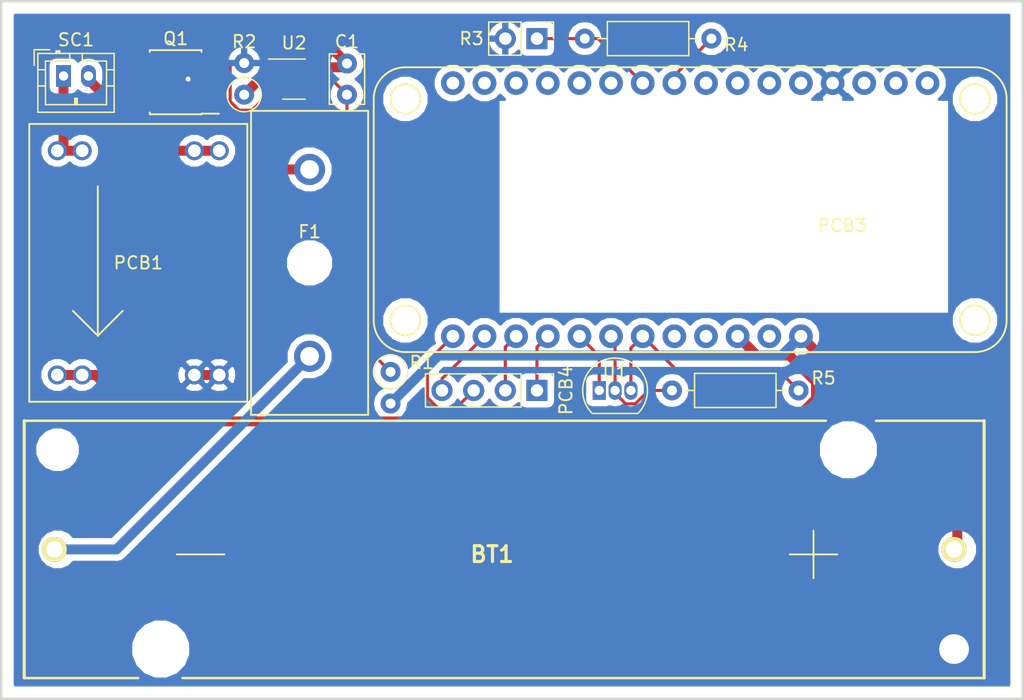
<source format=kicad_pcb>
(kicad_pcb (version 20171130) (host pcbnew 5.0.0+dfsg1-2)

  (general
    (thickness 1.6)
    (drawings 4)
    (tracks 97)
    (zones 0)
    (modules 15)
    (nets 38)
  )

  (page A4)
  (layers
    (0 F.Cu signal)
    (31 B.Cu signal)
    (32 B.Adhes user)
    (33 F.Adhes user)
    (34 B.Paste user)
    (35 F.Paste user)
    (36 B.SilkS user)
    (37 F.SilkS user)
    (38 B.Mask user)
    (39 F.Mask user)
    (40 Dwgs.User user)
    (41 Cmts.User user)
    (42 Eco1.User user)
    (43 Eco2.User user)
    (44 Edge.Cuts user)
    (45 Margin user)
    (46 B.CrtYd user)
    (47 F.CrtYd user)
    (48 B.Fab user)
    (49 F.Fab user hide)
  )

  (setup
    (last_trace_width 0.25)
    (trace_clearance 0.2)
    (zone_clearance 0.508)
    (zone_45_only yes)
    (trace_min 0.127)
    (segment_width 0.2)
    (edge_width 0.1)
    (via_size 0.8)
    (via_drill 0.4)
    (via_min_size 0.6)
    (via_min_drill 0.3)
    (uvia_size 0.3)
    (uvia_drill 0.1)
    (uvias_allowed no)
    (uvia_min_size 0.2)
    (uvia_min_drill 0.1)
    (pcb_text_width 0.3)
    (pcb_text_size 1.5 1.5)
    (mod_edge_width 0.15)
    (mod_text_size 1 1)
    (mod_text_width 0.15)
    (pad_size 1.5 1.5)
    (pad_drill 0.6)
    (pad_to_mask_clearance 0.1)
    (solder_mask_min_width 0.25)
    (aux_axis_origin 0 0)
    (visible_elements 7FFFFFFF)
    (pcbplotparams
      (layerselection 0x010f0_ffffffff)
      (usegerberextensions false)
      (usegerberattributes true)
      (usegerberadvancedattributes false)
      (creategerberjobfile false)
      (excludeedgelayer true)
      (linewidth 0.100000)
      (plotframeref false)
      (viasonmask false)
      (mode 1)
      (useauxorigin false)
      (hpglpennumber 1)
      (hpglpenspeed 20)
      (hpglpendiameter 15.000000)
      (psnegative false)
      (psa4output false)
      (plotreference true)
      (plotvalue true)
      (plotinvisibletext false)
      (padsonsilk false)
      (subtractmaskfromsilk false)
      (outputformat 1)
      (mirror false)
      (drillshape 0)
      (scaleselection 1)
      (outputdirectory "fab"))
  )

  (net 0 "")
  (net 1 GND)
  (net 2 "Net-(PCB3-Pad9)")
  (net 3 "Net-(PCB3-Pad10)")
  (net 4 "Net-(PCB3-Pad23)")
  (net 5 "Net-(PCB3-Pad22)")
  (net 6 "Net-(PCB3-Pad21)")
  (net 7 "Net-(PCB3-Pad20)")
  (net 8 "Net-(PCB3-Pad19)")
  (net 9 "Net-(PCB3-Pad18)")
  (net 10 "Net-(PCB3-Pad17)")
  (net 11 "Net-(BT1-Pad2)")
  (net 12 "Net-(C1-Pad1)")
  (net 13 +BATT)
  (net 14 "Net-(Q1-Pad2)")
  (net 15 "Net-(Q1-Pad4)")
  (net 16 "Net-(R2-Pad1)")
  (net 17 "Net-(Q1-Pad5)")
  (net 18 "Net-(PCB1-Pad1)")
  (net 19 +5V)
  (net 20 "Net-(PCB1-Pad2)")
  (net 21 "Net-(PCB3-Pad1)")
  (net 22 "Net-(PCB3-Pad2)")
  (net 23 "Net-(PCB3-Pad3)")
  (net 24 "Net-(PCB3-Pad5)")
  (net 25 "Net-(PCB3-Pad6)")
  (net 26 "Net-(PCB3-Pad7)")
  (net 27 "Net-(PCB3-Pad8)")
  (net 28 "Net-(PCB3-Pad11)")
  (net 29 "Net-(PCB3-Pad12)")
  (net 30 "Net-(PCB3-Pad13)")
  (net 31 "Net-(PCB3-Pad14)")
  (net 32 "Net-(PCB3-Pad16)")
  (net 33 "Net-(PCB3-Pad15)")
  (net 34 "Net-(PCB3-Pad24)")
  (net 35 "Net-(PCB3-Pad25)")
  (net 36 "Net-(PCB3-Pad27)")
  (net 37 "Net-(C1-Pad2)")

  (net_class Default "This is the default net class."
    (clearance 0.2)
    (trace_width 0.25)
    (via_dia 0.8)
    (via_drill 0.4)
    (uvia_dia 0.3)
    (uvia_drill 0.1)
    (add_net "Net-(PCB3-Pad1)")
    (add_net "Net-(PCB3-Pad11)")
    (add_net "Net-(PCB3-Pad12)")
    (add_net "Net-(PCB3-Pad13)")
    (add_net "Net-(PCB3-Pad14)")
    (add_net "Net-(PCB3-Pad15)")
    (add_net "Net-(PCB3-Pad16)")
    (add_net "Net-(PCB3-Pad2)")
    (add_net "Net-(PCB3-Pad24)")
    (add_net "Net-(PCB3-Pad25)")
    (add_net "Net-(PCB3-Pad27)")
    (add_net "Net-(PCB3-Pad3)")
    (add_net "Net-(PCB3-Pad5)")
    (add_net "Net-(PCB3-Pad6)")
    (add_net "Net-(PCB3-Pad7)")
    (add_net "Net-(PCB3-Pad8)")
  )

  (net_class Power ""
    (clearance 0.2)
    (trace_width 0.8)
    (via_dia 0.8)
    (via_drill 0.4)
    (uvia_dia 0.3)
    (uvia_drill 0.1)
    (add_net +5V)
    (add_net +BATT)
    (add_net GND)
    (add_net "Net-(BT1-Pad2)")
    (add_net "Net-(C1-Pad2)")
    (add_net "Net-(PCB1-Pad1)")
    (add_net "Net-(PCB1-Pad2)")
    (add_net "Net-(Q1-Pad5)")
    (add_net "Net-(R2-Pad1)")
  )

  (net_class Signal ""
    (clearance 0.2)
    (trace_width 0.25)
    (via_dia 0.8)
    (via_drill 0.4)
    (uvia_dia 0.3)
    (uvia_drill 0.1)
    (add_net "Net-(C1-Pad1)")
    (add_net "Net-(PCB3-Pad10)")
    (add_net "Net-(PCB3-Pad17)")
    (add_net "Net-(PCB3-Pad18)")
    (add_net "Net-(PCB3-Pad19)")
    (add_net "Net-(PCB3-Pad20)")
    (add_net "Net-(PCB3-Pad21)")
    (add_net "Net-(PCB3-Pad22)")
    (add_net "Net-(PCB3-Pad23)")
    (add_net "Net-(PCB3-Pad9)")
    (add_net "Net-(Q1-Pad2)")
    (add_net "Net-(Q1-Pad4)")
  )

  (module Package_TO_SOT_SMD:SOT-23-6_Handsoldering (layer F.Cu) (tedit 5A02FF57) (tstamp 5C82E439)
    (at 81.5 38.25)
    (descr "6-pin SOT-23 package, Handsoldering")
    (tags "SOT-23-6 Handsoldering")
    (path /5C830316)
    (attr smd)
    (fp_text reference U2 (at 0 -2.9) (layer F.SilkS)
      (effects (font (size 1 1) (thickness 0.15)))
    )
    (fp_text value AP9101C-SOT26 (at 0 2.9) (layer F.Fab)
      (effects (font (size 1 1) (thickness 0.15)))
    )
    (fp_line (start 0.9 -1.55) (end 0.9 1.55) (layer F.Fab) (width 0.1))
    (fp_line (start 0.9 1.55) (end -0.9 1.55) (layer F.Fab) (width 0.1))
    (fp_line (start -0.9 -0.9) (end -0.9 1.55) (layer F.Fab) (width 0.1))
    (fp_line (start 0.9 -1.55) (end -0.25 -1.55) (layer F.Fab) (width 0.1))
    (fp_line (start -0.9 -0.9) (end -0.25 -1.55) (layer F.Fab) (width 0.1))
    (fp_line (start -2.4 -1.8) (end 2.4 -1.8) (layer F.CrtYd) (width 0.05))
    (fp_line (start 2.4 -1.8) (end 2.4 1.8) (layer F.CrtYd) (width 0.05))
    (fp_line (start 2.4 1.8) (end -2.4 1.8) (layer F.CrtYd) (width 0.05))
    (fp_line (start -2.4 1.8) (end -2.4 -1.8) (layer F.CrtYd) (width 0.05))
    (fp_line (start 0.9 -1.61) (end -2.05 -1.61) (layer F.SilkS) (width 0.12))
    (fp_line (start -0.9 1.61) (end 0.9 1.61) (layer F.SilkS) (width 0.12))
    (fp_text user %R (at 0 0 90) (layer F.Fab)
      (effects (font (size 0.5 0.5) (thickness 0.075)))
    )
    (pad 5 smd rect (at 1.35 0) (size 1.56 0.65) (layers F.Cu F.Paste F.Mask)
      (net 12 "Net-(C1-Pad1)"))
    (pad 6 smd rect (at 1.35 -0.95) (size 1.56 0.65) (layers F.Cu F.Paste F.Mask)
      (net 37 "Net-(C1-Pad2)"))
    (pad 4 smd rect (at 1.35 0.95) (size 1.56 0.65) (layers F.Cu F.Paste F.Mask))
    (pad 3 smd rect (at -1.35 0.95) (size 1.56 0.65) (layers F.Cu F.Paste F.Mask)
      (net 15 "Net-(Q1-Pad4)"))
    (pad 2 smd rect (at -1.35 0) (size 1.56 0.65) (layers F.Cu F.Paste F.Mask)
      (net 16 "Net-(R2-Pad1)"))
    (pad 1 smd rect (at -1.35 -0.95) (size 1.56 0.65) (layers F.Cu F.Paste F.Mask)
      (net 14 "Net-(Q1-Pad2)"))
    (model ${KISYS3DMOD}/Package_TO_SOT_SMD.3dshapes/SOT-23-6.wrl
      (at (xyz 0 0 0))
      (scale (xyz 1 1 1))
      (rotate (xyz 0 0 0))
    )
  )

  (module Resistor_THT:R_Axial_DIN0207_L6.3mm_D2.5mm_P2.54mm_Vertical (layer F.Cu) (tedit 5AE5139B) (tstamp 5C9E3971)
    (at 77.5 39.5 90)
    (descr "Resistor, Axial_DIN0207 series, Axial, Vertical, pin pitch=2.54mm, 0.25W = 1/4W, length*diameter=6.3*2.5mm^2, http://cdn-reichelt.de/documents/datenblatt/B400/1_4W%23YAG.pdf")
    (tags "Resistor Axial_DIN0207 series Axial Vertical pin pitch 2.54mm 0.25W = 1/4W length 6.3mm diameter 2.5mm")
    (path /5C7EF65C)
    (fp_text reference R2 (at 4.25 0 180) (layer F.SilkS)
      (effects (font (size 1 1) (thickness 0.15)))
    )
    (fp_text value 2.7k (at 1.27 2.37 90) (layer F.Fab)
      (effects (font (size 1 1) (thickness 0.15)))
    )
    (fp_text user %R (at 1.27 -2.37 90) (layer F.Fab)
      (effects (font (size 1 1) (thickness 0.15)))
    )
    (fp_line (start 3.59 -1.5) (end -1.5 -1.5) (layer F.CrtYd) (width 0.05))
    (fp_line (start 3.59 1.5) (end 3.59 -1.5) (layer F.CrtYd) (width 0.05))
    (fp_line (start -1.5 1.5) (end 3.59 1.5) (layer F.CrtYd) (width 0.05))
    (fp_line (start -1.5 -1.5) (end -1.5 1.5) (layer F.CrtYd) (width 0.05))
    (fp_line (start 1.37 0) (end 1.44 0) (layer F.SilkS) (width 0.12))
    (fp_line (start 0 0) (end 2.54 0) (layer F.Fab) (width 0.1))
    (fp_circle (center 0 0) (end 1.37 0) (layer F.SilkS) (width 0.12))
    (fp_circle (center 0 0) (end 1.25 0) (layer F.Fab) (width 0.1))
    (pad 2 thru_hole oval (at 2.54 0 90) (size 1.6 1.6) (drill 0.8) (layers *.Cu *.Mask)
      (net 1 GND))
    (pad 1 thru_hole circle (at 0 0 90) (size 1.6 1.6) (drill 0.8) (layers *.Cu *.Mask)
      (net 16 "Net-(R2-Pad1)"))
    (model ${KISYS3DMOD}/Resistor_THT.3dshapes/R_Axial_DIN0207_L6.3mm_D2.5mm_P2.54mm_Vertical.wrl
      (at (xyz 0 0 0))
      (scale (xyz 1 1 1))
      (rotate (xyz 0 0 0))
    )
  )

  (module Resistor_THT:R_Axial_DIN0207_L6.3mm_D2.5mm_P2.54mm_Vertical (layer F.Cu) (tedit 5AE5139B) (tstamp 5C9E3963)
    (at 89.25 61.75 270)
    (descr "Resistor, Axial_DIN0207 series, Axial, Vertical, pin pitch=2.54mm, 0.25W = 1/4W, length*diameter=6.3*2.5mm^2, http://cdn-reichelt.de/documents/datenblatt/B400/1_4W%23YAG.pdf")
    (tags "Resistor Axial_DIN0207 series Axial Vertical pin pitch 2.54mm 0.25W = 1/4W length 6.3mm diameter 2.5mm")
    (path /5C7EF554)
    (fp_text reference R1 (at -0.75 -2.5) (layer F.SilkS)
      (effects (font (size 1 1) (thickness 0.15)))
    )
    (fp_text value 330 (at 1.27 2.37 270) (layer F.Fab)
      (effects (font (size 1 1) (thickness 0.15)))
    )
    (fp_text user %R (at 1.27 -2.37 270) (layer F.Fab)
      (effects (font (size 1 1) (thickness 0.15)))
    )
    (fp_line (start 3.59 -1.5) (end -1.5 -1.5) (layer F.CrtYd) (width 0.05))
    (fp_line (start 3.59 1.5) (end 3.59 -1.5) (layer F.CrtYd) (width 0.05))
    (fp_line (start -1.5 1.5) (end 3.59 1.5) (layer F.CrtYd) (width 0.05))
    (fp_line (start -1.5 -1.5) (end -1.5 1.5) (layer F.CrtYd) (width 0.05))
    (fp_line (start 1.37 0) (end 1.44 0) (layer F.SilkS) (width 0.12))
    (fp_line (start 0 0) (end 2.54 0) (layer F.Fab) (width 0.1))
    (fp_circle (center 0 0) (end 1.37 0) (layer F.SilkS) (width 0.12))
    (fp_circle (center 0 0) (end 1.25 0) (layer F.Fab) (width 0.1))
    (pad 2 thru_hole oval (at 2.54 0 270) (size 1.6 1.6) (drill 0.8) (layers *.Cu *.Mask)
      (net 13 +BATT))
    (pad 1 thru_hole circle (at 0 0 270) (size 1.6 1.6) (drill 0.8) (layers *.Cu *.Mask)
      (net 12 "Net-(C1-Pad1)"))
    (model ${KISYS3DMOD}/Resistor_THT.3dshapes/R_Axial_DIN0207_L6.3mm_D2.5mm_P2.54mm_Vertical.wrl
      (at (xyz 0 0 0))
      (scale (xyz 1 1 1))
      (rotate (xyz 0 0 0))
    )
  )

  (module IPRO_smart_pot:MP1484EN_board (layer F.Cu) (tedit 5C70B7CB) (tstamp 5CA2883A)
    (at 69 53 270)
    (path /5C70BA86)
    (fp_text reference PCB1 (at 0 0) (layer F.SilkS)
      (effects (font (size 1 1) (thickness 0.15)))
    )
    (fp_text value MP1484EN_board (at 0 -0.5 270) (layer F.Fab)
      (effects (font (size 1 1) (thickness 0.15)))
    )
    (fp_line (start 5.85 3.25) (end 3.85 1.25) (layer F.SilkS) (width 0.15))
    (fp_line (start 5.85 3.25) (end 3.85 5.25) (layer F.SilkS) (width 0.15))
    (fp_line (start -6.15 3.25) (end 5.85 3.25) (layer F.SilkS) (width 0.15))
    (fp_line (start -11.15 8.75) (end -11.15 -8.75) (layer F.SilkS) (width 0.15))
    (fp_line (start 11.15 8.75) (end -11.15 8.75) (layer F.SilkS) (width 0.15))
    (fp_line (start 11.15 -8.75) (end 11.15 8.75) (layer F.SilkS) (width 0.15))
    (fp_line (start -11.15 -8.75) (end 11.15 -8.75) (layer F.SilkS) (width 0.15))
    (pad 1 thru_hole circle (at -9 -6.5 270) (size 1.524 1.524) (drill 1.016) (layers *.Cu *.Mask)
      (net 18 "Net-(PCB1-Pad1)"))
    (pad 2 thru_hole circle (at -9 4.5 270) (size 1.524 1.524) (drill 1.016) (layers *.Cu *.Mask)
      (net 20 "Net-(PCB1-Pad2)"))
    (pad 2 thru_hole circle (at -9 6.5 270) (size 1.524 1.524) (drill 1.016) (layers *.Cu *.Mask)
      (net 20 "Net-(PCB1-Pad2)"))
    (pad 4 thru_hole circle (at 9 -6.5 270) (size 1.524 1.524) (drill 1.016) (layers *.Cu *.Mask)
      (net 1 GND))
    (pad 4 thru_hole circle (at 9 -4.5 270) (size 1.524 1.524) (drill 1.016) (layers *.Cu *.Mask)
      (net 1 GND))
    (pad 3 thru_hole circle (at 9 6.5 270) (size 1.524 1.524) (drill 1.016) (layers *.Cu *.Mask)
      (net 19 +5V))
    (pad 3 thru_hole circle (at 9 4.5 270) (size 1.524 1.524) (drill 1.016) (layers *.Cu *.Mask)
      (net 19 +5V))
    (pad 1 thru_hole circle (at -9 -4.5 270) (size 1.524 1.524) (drill 1.016) (layers *.Cu *.Mask)
      (net 18 "Net-(PCB1-Pad1)"))
  )

  (module Package_SO:SOIC-8_3.9x4.9mm_P1.27mm (layer F.Cu) (tedit 5A02F2D3) (tstamp 5C82E350)
    (at 72 38.5 180)
    (descr "8-Lead Plastic Small Outline (SN) - Narrow, 3.90 mm Body [SOIC] (see Microchip Packaging Specification 00000049BS.pdf)")
    (tags "SOIC 1.27")
    (path /5C818DB7)
    (attr smd)
    (fp_text reference Q1 (at 0 3.5 180) (layer F.SilkS)
      (effects (font (size 1 1) (thickness 0.15)))
    )
    (fp_text value Q_DUAL_NMOS_S1G1S2G2D1D1D2D2 (at 0 3.5 180) (layer F.Fab)
      (effects (font (size 1 1) (thickness 0.15)))
    )
    (fp_line (start -2.075 -2.525) (end -3.475 -2.525) (layer F.SilkS) (width 0.15))
    (fp_line (start -2.075 2.575) (end 2.075 2.575) (layer F.SilkS) (width 0.15))
    (fp_line (start -2.075 -2.575) (end 2.075 -2.575) (layer F.SilkS) (width 0.15))
    (fp_line (start -2.075 2.575) (end -2.075 2.43) (layer F.SilkS) (width 0.15))
    (fp_line (start 2.075 2.575) (end 2.075 2.43) (layer F.SilkS) (width 0.15))
    (fp_line (start 2.075 -2.575) (end 2.075 -2.43) (layer F.SilkS) (width 0.15))
    (fp_line (start -2.075 -2.575) (end -2.075 -2.525) (layer F.SilkS) (width 0.15))
    (fp_line (start -3.73 2.7) (end 3.73 2.7) (layer F.CrtYd) (width 0.05))
    (fp_line (start -3.73 -2.7) (end 3.73 -2.7) (layer F.CrtYd) (width 0.05))
    (fp_line (start 3.73 -2.7) (end 3.73 2.7) (layer F.CrtYd) (width 0.05))
    (fp_line (start -3.73 -2.7) (end -3.73 2.7) (layer F.CrtYd) (width 0.05))
    (fp_line (start -1.95 -1.45) (end -0.95 -2.45) (layer F.Fab) (width 0.1))
    (fp_line (start -1.95 2.45) (end -1.95 -1.45) (layer F.Fab) (width 0.1))
    (fp_line (start 1.95 2.45) (end -1.95 2.45) (layer F.Fab) (width 0.1))
    (fp_line (start 1.95 -2.45) (end 1.95 2.45) (layer F.Fab) (width 0.1))
    (fp_line (start -0.95 -2.45) (end 1.95 -2.45) (layer F.Fab) (width 0.1))
    (fp_text user %R (at 0 0 180) (layer F.Fab)
      (effects (font (size 1 1) (thickness 0.15)))
    )
    (pad 8 smd rect (at 2.7 -1.905 180) (size 1.55 0.6) (layers F.Cu F.Paste F.Mask)
      (net 17 "Net-(Q1-Pad5)"))
    (pad 7 smd rect (at 2.7 -0.635 180) (size 1.55 0.6) (layers F.Cu F.Paste F.Mask)
      (net 17 "Net-(Q1-Pad5)"))
    (pad 6 smd rect (at 2.7 0.635 180) (size 1.55 0.6) (layers F.Cu F.Paste F.Mask)
      (net 17 "Net-(Q1-Pad5)"))
    (pad 5 smd rect (at 2.7 1.905 180) (size 1.55 0.6) (layers F.Cu F.Paste F.Mask)
      (net 17 "Net-(Q1-Pad5)"))
    (pad 4 smd rect (at -2.7 1.905 180) (size 1.55 0.6) (layers F.Cu F.Paste F.Mask)
      (net 15 "Net-(Q1-Pad4)"))
    (pad 3 smd rect (at -2.7 0.635 180) (size 1.55 0.6) (layers F.Cu F.Paste F.Mask)
      (net 1 GND))
    (pad 2 smd rect (at -2.7 -0.635 180) (size 1.55 0.6) (layers F.Cu F.Paste F.Mask)
      (net 14 "Net-(Q1-Pad2)"))
    (pad 1 smd rect (at -2.7 -1.905 180) (size 1.55 0.6) (layers F.Cu F.Paste F.Mask)
      (net 37 "Net-(C1-Pad2)"))
    (model ${KISYS3DMOD}/Package_SO.3dshapes/SOIC-8_3.9x4.9mm_P1.27mm.wrl
      (at (xyz 0 0 0))
      (scale (xyz 1 1 1))
      (rotate (xyz 0 0 0))
    )
  )

  (module Capacitor_THT:C_Disc_D3.8mm_W2.6mm_P2.50mm (layer F.Cu) (tedit 5AE50EF0) (tstamp 5C9E02F8)
    (at 85.75 39.5 90)
    (descr "C, Disc series, Radial, pin pitch=2.50mm, , diameter*width=3.8*2.6mm^2, Capacitor, http://www.vishay.com/docs/45233/krseries.pdf")
    (tags "C Disc series Radial pin pitch 2.50mm  diameter 3.8mm width 2.6mm Capacitor")
    (path /5C7EF5E2)
    (fp_text reference C1 (at 4.25 0 180) (layer F.SilkS)
      (effects (font (size 1 1) (thickness 0.15)))
    )
    (fp_text value 100nF (at 1.25 2.55 90) (layer F.Fab)
      (effects (font (size 1 1) (thickness 0.15)))
    )
    (fp_text user %R (at 1.25 0 90) (layer F.Fab)
      (effects (font (size 0.76 0.76) (thickness 0.114)))
    )
    (fp_line (start 3.55 -1.55) (end -1.05 -1.55) (layer F.CrtYd) (width 0.05))
    (fp_line (start 3.55 1.55) (end 3.55 -1.55) (layer F.CrtYd) (width 0.05))
    (fp_line (start -1.05 1.55) (end 3.55 1.55) (layer F.CrtYd) (width 0.05))
    (fp_line (start -1.05 -1.55) (end -1.05 1.55) (layer F.CrtYd) (width 0.05))
    (fp_line (start 3.27 0.795) (end 3.27 1.42) (layer F.SilkS) (width 0.12))
    (fp_line (start 3.27 -1.42) (end 3.27 -0.795) (layer F.SilkS) (width 0.12))
    (fp_line (start -0.77 0.795) (end -0.77 1.42) (layer F.SilkS) (width 0.12))
    (fp_line (start -0.77 -1.42) (end -0.77 -0.795) (layer F.SilkS) (width 0.12))
    (fp_line (start -0.77 1.42) (end 3.27 1.42) (layer F.SilkS) (width 0.12))
    (fp_line (start -0.77 -1.42) (end 3.27 -1.42) (layer F.SilkS) (width 0.12))
    (fp_line (start 3.15 -1.3) (end -0.65 -1.3) (layer F.Fab) (width 0.1))
    (fp_line (start 3.15 1.3) (end 3.15 -1.3) (layer F.Fab) (width 0.1))
    (fp_line (start -0.65 1.3) (end 3.15 1.3) (layer F.Fab) (width 0.1))
    (fp_line (start -0.65 -1.3) (end -0.65 1.3) (layer F.Fab) (width 0.1))
    (pad 2 thru_hole circle (at 2.5 0 90) (size 1.6 1.6) (drill 0.8) (layers *.Cu *.Mask)
      (net 37 "Net-(C1-Pad2)"))
    (pad 1 thru_hole circle (at 0 0 90) (size 1.6 1.6) (drill 0.8) (layers *.Cu *.Mask)
      (net 12 "Net-(C1-Pad1)"))
    (model ${KISYS3DMOD}/Capacitor_THT.3dshapes/C_Disc_D3.8mm_W2.6mm_P2.50mm.wrl
      (at (xyz 0 0 0))
      (scale (xyz 1 1 1))
      (rotate (xyz 0 0 0))
    )
  )

  (module IPRO_smart_pot:0PTF0075P_Littelfuse_5x20mm_holder (layer F.Cu) (tedit 5C732079) (tstamp 5C9E0092)
    (at 82.75 53 90)
    (path /5C738A46)
    (fp_text reference F1 (at 2.5 0 180) (layer F.SilkS)
      (effects (font (size 1 1) (thickness 0.15)))
    )
    (fp_text value 1A (at 0 -0.5 90) (layer F.Fab)
      (effects (font (size 1 1) (thickness 0.15)))
    )
    (fp_line (start -12.2 4.7) (end -12.2 -4.7) (layer F.SilkS) (width 0.15))
    (fp_line (start 12.2 4.7) (end -12.2 4.7) (layer F.SilkS) (width 0.15))
    (fp_line (start 12.2 -4.7) (end 12.2 4.7) (layer F.SilkS) (width 0.15))
    (fp_line (start -12.2 -4.7) (end 12.2 -4.7) (layer F.SilkS) (width 0.15))
    (pad 2 thru_hole circle (at 7.5 0 90) (size 2.5 2.5) (drill 1.5) (layers *.Cu *.Mask)
      (net 37 "Net-(C1-Pad2)"))
    (pad 1 thru_hole circle (at -7.5 0 90) (size 2.5 2.5) (drill 1.5) (layers *.Cu *.Mask)
      (net 11 "Net-(BT1-Pad2)"))
    (pad "" np_thru_hole circle (at 0 0 90) (size 2.6 2.6) (drill 2.6) (layers *.Cu *.Mask))
  )

  (module Connector_JST:JST_PH_B2B-PH-K_1x02_P2.00mm_Vertical (layer F.Cu) (tedit 5A0E414C) (tstamp 5C9DFEF6)
    (at 63 38)
    (descr "JST PH series connector, B2B-PH-K (http://www.jst-mfg.com/product/pdf/eng/ePH.pdf), generated with kicad-footprint-generator")
    (tags "connector JST PH side entry")
    (path /5C87557F)
    (fp_text reference SC1 (at 1 -2.9) (layer F.SilkS)
      (effects (font (size 1 1) (thickness 0.15)))
    )
    (fp_text value Solar_Cells (at 1 4) (layer F.Fab)
      (effects (font (size 1 1) (thickness 0.15)))
    )
    (fp_text user %R (at 1 1.5) (layer F.Fab)
      (effects (font (size 1 1) (thickness 0.15)))
    )
    (fp_line (start 4.45 -2.2) (end -2.45 -2.2) (layer F.CrtYd) (width 0.05))
    (fp_line (start 4.45 3.3) (end 4.45 -2.2) (layer F.CrtYd) (width 0.05))
    (fp_line (start -2.45 3.3) (end 4.45 3.3) (layer F.CrtYd) (width 0.05))
    (fp_line (start -2.45 -2.2) (end -2.45 3.3) (layer F.CrtYd) (width 0.05))
    (fp_line (start 3.95 -1.7) (end -1.95 -1.7) (layer F.Fab) (width 0.1))
    (fp_line (start 3.95 2.8) (end 3.95 -1.7) (layer F.Fab) (width 0.1))
    (fp_line (start -1.95 2.8) (end 3.95 2.8) (layer F.Fab) (width 0.1))
    (fp_line (start -1.95 -1.7) (end -1.95 2.8) (layer F.Fab) (width 0.1))
    (fp_line (start -2.36 -2.11) (end -2.36 -0.86) (layer F.Fab) (width 0.1))
    (fp_line (start -1.11 -2.11) (end -2.36 -2.11) (layer F.Fab) (width 0.1))
    (fp_line (start -2.36 -2.11) (end -2.36 -0.86) (layer F.SilkS) (width 0.12))
    (fp_line (start -1.11 -2.11) (end -2.36 -2.11) (layer F.SilkS) (width 0.12))
    (fp_line (start 1 2.3) (end 1 1.8) (layer F.SilkS) (width 0.12))
    (fp_line (start 1.1 1.8) (end 1.1 2.3) (layer F.SilkS) (width 0.12))
    (fp_line (start 0.9 1.8) (end 1.1 1.8) (layer F.SilkS) (width 0.12))
    (fp_line (start 0.9 2.3) (end 0.9 1.8) (layer F.SilkS) (width 0.12))
    (fp_line (start 4.06 0.8) (end 3.45 0.8) (layer F.SilkS) (width 0.12))
    (fp_line (start 4.06 -0.5) (end 3.45 -0.5) (layer F.SilkS) (width 0.12))
    (fp_line (start -2.06 0.8) (end -1.45 0.8) (layer F.SilkS) (width 0.12))
    (fp_line (start -2.06 -0.5) (end -1.45 -0.5) (layer F.SilkS) (width 0.12))
    (fp_line (start 1.5 -1.2) (end 1.5 -1.81) (layer F.SilkS) (width 0.12))
    (fp_line (start 3.45 -1.2) (end 1.5 -1.2) (layer F.SilkS) (width 0.12))
    (fp_line (start 3.45 2.3) (end 3.45 -1.2) (layer F.SilkS) (width 0.12))
    (fp_line (start -1.45 2.3) (end 3.45 2.3) (layer F.SilkS) (width 0.12))
    (fp_line (start -1.45 -1.2) (end -1.45 2.3) (layer F.SilkS) (width 0.12))
    (fp_line (start 0.5 -1.2) (end -1.45 -1.2) (layer F.SilkS) (width 0.12))
    (fp_line (start 0.5 -1.81) (end 0.5 -1.2) (layer F.SilkS) (width 0.12))
    (fp_line (start -0.3 -1.91) (end -0.6 -1.91) (layer F.SilkS) (width 0.12))
    (fp_line (start -0.6 -2.01) (end -0.6 -1.81) (layer F.SilkS) (width 0.12))
    (fp_line (start -0.3 -2.01) (end -0.6 -2.01) (layer F.SilkS) (width 0.12))
    (fp_line (start -0.3 -1.81) (end -0.3 -2.01) (layer F.SilkS) (width 0.12))
    (fp_line (start 4.06 -1.81) (end -2.06 -1.81) (layer F.SilkS) (width 0.12))
    (fp_line (start 4.06 2.91) (end 4.06 -1.81) (layer F.SilkS) (width 0.12))
    (fp_line (start -2.06 2.91) (end 4.06 2.91) (layer F.SilkS) (width 0.12))
    (fp_line (start -2.06 -1.81) (end -2.06 2.91) (layer F.SilkS) (width 0.12))
    (pad 2 thru_hole oval (at 2 0) (size 1.2 1.75) (drill 0.75) (layers *.Cu *.Mask)
      (net 18 "Net-(PCB1-Pad1)"))
    (pad 1 thru_hole rect (at 0 0) (size 1.2 1.75) (drill 0.75) (layers *.Cu *.Mask)
      (net 20 "Net-(PCB1-Pad2)"))
    (model ${KISYS3DMOD}/Connector_JST.3dshapes/JST_PH_B2B-PH-K_1x02_P2.00mm_Vertical.wrl
      (at (xyz 0 0 0))
      (scale (xyz 1 1 1))
      (rotate (xyz 0 0 0))
    )
  )

  (module Resistor_THT:R_Axial_DIN0207_L6.3mm_D2.5mm_P10.16mm_Horizontal (layer F.Cu) (tedit 5AE5139B) (tstamp 5C9E1F43)
    (at 115 35 180)
    (descr "Resistor, Axial_DIN0207 series, Axial, Horizontal, pin pitch=10.16mm, 0.25W = 1/4W, length*diameter=6.3*2.5mm^2, http://cdn-reichelt.de/documents/datenblatt/B400/1_4W%23YAG.pdf")
    (tags "Resistor Axial_DIN0207 series Axial Horizontal pin pitch 10.16mm 0.25W = 1/4W length 6.3mm diameter 2.5mm")
    (path /5C731060)
    (fp_text reference R4 (at -2 -0.5 180) (layer F.SilkS)
      (effects (font (size 1 1) (thickness 0.15)))
    )
    (fp_text value 10K (at 5.08 2.37 180) (layer F.Fab)
      (effects (font (size 1 1) (thickness 0.15)))
    )
    (fp_text user %R (at 5.08 0 180) (layer F.Fab)
      (effects (font (size 1 1) (thickness 0.15)))
    )
    (fp_line (start 11.21 -1.5) (end -1.05 -1.5) (layer F.CrtYd) (width 0.05))
    (fp_line (start 11.21 1.5) (end 11.21 -1.5) (layer F.CrtYd) (width 0.05))
    (fp_line (start -1.05 1.5) (end 11.21 1.5) (layer F.CrtYd) (width 0.05))
    (fp_line (start -1.05 -1.5) (end -1.05 1.5) (layer F.CrtYd) (width 0.05))
    (fp_line (start 9.12 0) (end 8.35 0) (layer F.SilkS) (width 0.12))
    (fp_line (start 1.04 0) (end 1.81 0) (layer F.SilkS) (width 0.12))
    (fp_line (start 8.35 -1.37) (end 1.81 -1.37) (layer F.SilkS) (width 0.12))
    (fp_line (start 8.35 1.37) (end 8.35 -1.37) (layer F.SilkS) (width 0.12))
    (fp_line (start 1.81 1.37) (end 8.35 1.37) (layer F.SilkS) (width 0.12))
    (fp_line (start 1.81 -1.37) (end 1.81 1.37) (layer F.SilkS) (width 0.12))
    (fp_line (start 10.16 0) (end 8.23 0) (layer F.Fab) (width 0.1))
    (fp_line (start 0 0) (end 1.93 0) (layer F.Fab) (width 0.1))
    (fp_line (start 8.23 -1.25) (end 1.93 -1.25) (layer F.Fab) (width 0.1))
    (fp_line (start 8.23 1.25) (end 8.23 -1.25) (layer F.Fab) (width 0.1))
    (fp_line (start 1.93 1.25) (end 8.23 1.25) (layer F.Fab) (width 0.1))
    (fp_line (start 1.93 -1.25) (end 1.93 1.25) (layer F.Fab) (width 0.1))
    (pad 2 thru_hole oval (at 10.16 0 180) (size 1.6 1.6) (drill 0.8) (layers *.Cu *.Mask)
      (net 3 "Net-(PCB3-Pad10)"))
    (pad 1 thru_hole circle (at 0 0 180) (size 1.6 1.6) (drill 0.8) (layers *.Cu *.Mask)
      (net 2 "Net-(PCB3-Pad9)"))
    (model ${KISYS3DMOD}/Resistor_THT.3dshapes/R_Axial_DIN0207_L6.3mm_D2.5mm_P10.16mm_Horizontal.wrl
      (at (xyz 0 0 0))
      (scale (xyz 1 1 1))
      (rotate (xyz 0 0 0))
    )
  )

  (module IPRO_smart_pot:argon_tht (layer F.Cu) (tedit 5CB0FA09) (tstamp 5C9BBA9E)
    (at 126 50 270)
    (descr https://docs.particle.io/datasheets/wi-fi/argon-datasheet/#mechanical-specifications)
    (path /5C7DC74D)
    (fp_text reference PCB3 (at 0 0.5) (layer F.SilkS)
      (effects (font (size 1 1) (thickness 0.15)))
    )
    (fp_text value Particle_Argon (at 0 -0.5 270) (layer F.Fab)
      (effects (font (size 1 1) (thickness 0.15)))
    )
    (fp_circle (center 7.62 35.56) (end 8.815 35.56) (layer F.SilkS) (width 0.15))
    (fp_circle (center -10.16 35.56) (end -8.965 35.56) (layer F.SilkS) (width 0.15))
    (fp_circle (center 7.62 -10.16) (end 8.815 -10.16) (layer F.SilkS) (width 0.15))
    (fp_circle (center -10.16 -10.16) (end -8.965 -10.16) (layer F.SilkS) (width 0.15))
    (fp_line (start 10.16 -10.16) (end 10.16 35.56) (layer F.SilkS) (width 0.15))
    (fp_arc (start 7.62 35.56) (end 7.62 38.1) (angle -90) (layer F.SilkS) (width 0.15))
    (fp_arc (start -10.16 35.56) (end -12.7 35.56) (angle -90) (layer F.SilkS) (width 0.15))
    (fp_arc (start -10.16 -10.16) (end -10.16 -12.7) (angle -90) (layer F.SilkS) (width 0.15))
    (fp_arc (start 7.62 -10.16) (end 10.16 -10.16) (angle -90) (layer F.SilkS) (width 0.15))
    (fp_line (start -12.7 35.56) (end -12.7 -10.16) (layer F.SilkS) (width 0.15))
    (fp_line (start 7.62 38.1) (end -10.16 38.1) (layer F.SilkS) (width 0.15))
    (fp_line (start -10.16 -12.7) (end 7.62 -12.7) (layer F.SilkS) (width 0.15))
    (pad 28 thru_hole circle (at 8.89 3.81 270) (size 1.9 1.9) (drill 1.02) (layers *.Cu *.Mask)
      (net 13 +BATT))
    (pad 27 thru_hole circle (at 8.89 6.35 270) (size 1.9 1.9) (drill 1.02) (layers *.Cu *.Mask)
      (net 36 "Net-(PCB3-Pad27)"))
    (pad 26 thru_hole circle (at 8.89 8.89 270) (size 1.9 1.9) (drill 1.02) (layers *.Cu *.Mask)
      (net 19 +5V))
    (pad 25 thru_hole circle (at 8.89 11.43 270) (size 1.9 1.9) (drill 1.02) (layers *.Cu *.Mask)
      (net 35 "Net-(PCB3-Pad25)"))
    (pad 24 thru_hole circle (at 8.89 13.97 270) (size 1.9 1.9) (drill 1.02) (layers *.Cu *.Mask)
      (net 34 "Net-(PCB3-Pad24)"))
    (pad 23 thru_hole circle (at 8.89 16.51 270) (size 1.9 1.9) (drill 1.02) (layers *.Cu *.Mask)
      (net 4 "Net-(PCB3-Pad23)"))
    (pad 22 thru_hole circle (at 8.89 19.05 270) (size 1.9 1.9) (drill 1.02) (layers *.Cu *.Mask)
      (net 5 "Net-(PCB3-Pad22)"))
    (pad 21 thru_hole circle (at 8.89 21.59 270) (size 1.9 1.9) (drill 1.02) (layers *.Cu *.Mask)
      (net 6 "Net-(PCB3-Pad21)"))
    (pad 20 thru_hole circle (at 8.89 24.13 270) (size 1.9 1.9) (drill 1.02) (layers *.Cu *.Mask)
      (net 7 "Net-(PCB3-Pad20)"))
    (pad 19 thru_hole circle (at 8.89 26.67 270) (size 1.9 1.9) (drill 1.02) (layers *.Cu *.Mask)
      (net 8 "Net-(PCB3-Pad19)"))
    (pad 18 thru_hole circle (at 8.89 29.21 270) (size 1.9 1.9) (drill 1.02) (layers *.Cu *.Mask)
      (net 9 "Net-(PCB3-Pad18)"))
    (pad 17 thru_hole circle (at 8.89 31.75 270) (size 1.9 1.9) (drill 1.02) (layers *.Cu *.Mask)
      (net 10 "Net-(PCB3-Pad17)"))
    (pad 15 thru_hole circle (at -11.43 31.75 270) (size 1.9 1.9) (drill 1.02) (layers *.Cu *.Mask)
      (net 33 "Net-(PCB3-Pad15)"))
    (pad 16 thru_hole circle (at -11.43 29.21 270) (size 1.9 1.9) (drill 1.02) (layers *.Cu *.Mask)
      (net 32 "Net-(PCB3-Pad16)"))
    (pad 14 thru_hole circle (at -11.43 26.67 270) (size 1.9 1.9) (drill 1.02) (layers *.Cu *.Mask)
      (net 31 "Net-(PCB3-Pad14)"))
    (pad 13 thru_hole circle (at -11.43 24.13 270) (size 1.9 1.9) (drill 1.02) (layers *.Cu *.Mask)
      (net 30 "Net-(PCB3-Pad13)"))
    (pad 12 thru_hole circle (at -11.43 21.59 270) (size 1.9 1.9) (drill 1.02) (layers *.Cu *.Mask)
      (net 29 "Net-(PCB3-Pad12)"))
    (pad 11 thru_hole circle (at -11.43 19.05 270) (size 1.9 1.9) (drill 1.02) (layers *.Cu *.Mask)
      (net 28 "Net-(PCB3-Pad11)"))
    (pad 10 thru_hole circle (at -11.43 16.51 270) (size 1.9 1.9) (drill 1.02) (layers *.Cu *.Mask)
      (net 3 "Net-(PCB3-Pad10)"))
    (pad 9 thru_hole circle (at -11.43 13.97 270) (size 1.9 1.9) (drill 1.02) (layers *.Cu *.Mask)
      (net 2 "Net-(PCB3-Pad9)"))
    (pad 8 thru_hole circle (at -11.43 11.43 270) (size 1.9 1.9) (drill 1.02) (layers *.Cu *.Mask)
      (net 27 "Net-(PCB3-Pad8)"))
    (pad 7 thru_hole circle (at -11.43 8.89 270) (size 1.9 1.9) (drill 1.02) (layers *.Cu *.Mask)
      (net 26 "Net-(PCB3-Pad7)"))
    (pad 6 thru_hole circle (at -11.43 6.35 270) (size 1.9 1.9) (drill 1.02) (layers *.Cu *.Mask)
      (net 25 "Net-(PCB3-Pad6)"))
    (pad 5 thru_hole circle (at -11.43 3.81 270) (size 1.9 1.9) (drill 1.02) (layers *.Cu *.Mask)
      (net 24 "Net-(PCB3-Pad5)"))
    (pad 4 thru_hole circle (at -11.43 1.27 270) (size 1.9 1.9) (drill 1.02) (layers *.Cu *.Mask)
      (net 1 GND))
    (pad 3 thru_hole circle (at -11.43 -1.27 270) (size 1.9 1.9) (drill 1.02) (layers *.Cu *.Mask)
      (net 23 "Net-(PCB3-Pad3)"))
    (pad 2 thru_hole circle (at -11.43 -3.81 270) (size 1.9 1.9) (drill 1.02) (layers *.Cu *.Mask)
      (net 22 "Net-(PCB3-Pad2)"))
    (pad 1 thru_hole circle (at -11.43 -6.35 270) (size 1.9 1.9) (drill 1.02) (layers *.Cu *.Mask)
      (net 21 "Net-(PCB3-Pad1)"))
  )

  (module IPRO_smart_pot:1043_battery_holder (layer F.Cu) (tedit 5CB0FEE2) (tstamp 5CA26FDA)
    (at 71 84)
    (descr 1043)
    (tags "Undefined or Miscellaneous")
    (path /5C70CB48)
    (fp_text reference BT1 (at 26.40125 -7.6046) (layer F.SilkS)
      (effects (font (size 1.27 1.27) (thickness 0.254)))
    )
    (fp_text value Battery_Cell (at 26.40125 -7.6046) (layer F.SilkS) hide
      (effects (font (size 1.27 1.27) (thickness 0.254)))
    )
    (fp_text user + (at 52.2 -8) (layer F.SilkS)
      (effects (font (size 5 5) (thickness 0.15)))
    )
    (fp_text user - (at 3 -8) (layer F.SilkS)
      (effects (font (size 5 5) (thickness 0.15)))
    )
    (fp_line (start 65.895 -18.325) (end 57.209 -18.325) (layer F.SilkS) (width 0.2))
    (fp_line (start -11.155 2.325) (end -2.009 2.325) (layer F.SilkS) (width 0.2))
    (fp_line (start -11.155 -18.325) (end 53.191 -18.325) (layer F.SilkS) (width 0.2))
    (fp_line (start 65.895 2.325) (end 1.549 2.325) (layer F.SilkS) (width 0.2))
    (fp_line (start 65.895 2.325) (end 65.895 -18.325) (layer F.SilkS) (width 0.254))
    (fp_line (start -11.155 -18.325) (end -11.155 2.325) (layer F.SilkS) (width 0.254))
    (fp_line (start -11.155 2.325) (end -11.155 -18.325) (layer Dwgs.User) (width 0.2))
    (fp_line (start 65.895 2.325) (end -11.155 2.325) (layer Dwgs.User) (width 0.2))
    (fp_line (start 65.895 -18.325) (end 65.895 2.325) (layer Dwgs.User) (width 0.2))
    (fp_line (start -11.155 -18.325) (end 65.895 -18.325) (layer Dwgs.User) (width 0.2))
    (pad 2 thru_hole circle (at -8.74 -8 90) (size 2 2) (drill 1.32) (layers *.Cu *.Mask F.SilkS)
      (net 11 "Net-(BT1-Pad2)"))
    (pad "" np_thru_hole circle (at 55.2 -16 90) (size 3.55 3.55) (drill 3.55) (layers *.Cu *.Mask))
    (pad 1 thru_hole circle (at 63.48 -8 90) (size 2 2) (drill 1.32) (layers *.Cu *.Mask F.SilkS)
      (net 13 +BATT))
    (pad "" np_thru_hole circle (at 63.48 0 90) (size 2.39 2.39) (drill 2.39) (layers *.Cu *.Mask))
    (pad "" np_thru_hole circle (at 0 0 90) (size 3.55 3.55) (drill 3.55) (layers *.Cu *.Mask))
  )

  (module Connector_PinHeader_2.54mm:PinHeader_1x04_P2.54mm_Vertical (layer F.Cu) (tedit 59FED5CC) (tstamp 5C9E1F8F)
    (at 101 63.24 270)
    (descr "Through hole straight pin header, 1x04, 2.54mm pitch, single row")
    (tags "Through hole pin header THT 1x04 2.54mm single row")
    (path /5C73D987)
    (fp_text reference PCB4 (at 0 -2.33 270) (layer F.SilkS)
      (effects (font (size 1 1) (thickness 0.15)))
    )
    (fp_text value STEMMA_sensor (at 0 9.95 270) (layer F.Fab)
      (effects (font (size 1 1) (thickness 0.15)))
    )
    (fp_text user %R (at 0 3.81) (layer F.Fab)
      (effects (font (size 1 1) (thickness 0.15)))
    )
    (fp_line (start 1.8 -1.8) (end -1.8 -1.8) (layer F.CrtYd) (width 0.05))
    (fp_line (start 1.8 9.4) (end 1.8 -1.8) (layer F.CrtYd) (width 0.05))
    (fp_line (start -1.8 9.4) (end 1.8 9.4) (layer F.CrtYd) (width 0.05))
    (fp_line (start -1.8 -1.8) (end -1.8 9.4) (layer F.CrtYd) (width 0.05))
    (fp_line (start -1.33 -1.33) (end 0 -1.33) (layer F.SilkS) (width 0.12))
    (fp_line (start -1.33 0) (end -1.33 -1.33) (layer F.SilkS) (width 0.12))
    (fp_line (start -1.33 1.27) (end 1.33 1.27) (layer F.SilkS) (width 0.12))
    (fp_line (start 1.33 1.27) (end 1.33 8.95) (layer F.SilkS) (width 0.12))
    (fp_line (start -1.33 1.27) (end -1.33 8.95) (layer F.SilkS) (width 0.12))
    (fp_line (start -1.33 8.95) (end 1.33 8.95) (layer F.SilkS) (width 0.12))
    (fp_line (start -1.27 -0.635) (end -0.635 -1.27) (layer F.Fab) (width 0.1))
    (fp_line (start -1.27 8.89) (end -1.27 -0.635) (layer F.Fab) (width 0.1))
    (fp_line (start 1.27 8.89) (end -1.27 8.89) (layer F.Fab) (width 0.1))
    (fp_line (start 1.27 -1.27) (end 1.27 8.89) (layer F.Fab) (width 0.1))
    (fp_line (start -0.635 -1.27) (end 1.27 -1.27) (layer F.Fab) (width 0.1))
    (pad 4 thru_hole oval (at 0 7.62 270) (size 1.7 1.7) (drill 1) (layers *.Cu *.Mask)
      (net 9 "Net-(PCB3-Pad18)"))
    (pad 3 thru_hole oval (at 0 5.08 270) (size 1.7 1.7) (drill 1) (layers *.Cu *.Mask)
      (net 10 "Net-(PCB3-Pad17)"))
    (pad 2 thru_hole oval (at 0 2.54 270) (size 1.7 1.7) (drill 1) (layers *.Cu *.Mask)
      (net 8 "Net-(PCB3-Pad19)"))
    (pad 1 thru_hole rect (at 0 0 270) (size 1.7 1.7) (drill 1) (layers *.Cu *.Mask)
      (net 7 "Net-(PCB3-Pad20)"))
    (model ${KISYS3DMOD}/Connector_PinHeader_2.54mm.3dshapes/PinHeader_1x04_P2.54mm_Vertical.wrl
      (at (xyz 0 0 0))
      (scale (xyz 1 1 1))
      (rotate (xyz 0 0 0))
    )
  )

  (module Connector_PinHeader_2.54mm:PinHeader_1x02_P2.54mm_Vertical (layer F.Cu) (tedit 59FED5CC) (tstamp 5C9E200B)
    (at 101 35 270)
    (descr "Through hole straight pin header, 1x02, 2.54mm pitch, single row")
    (tags "Through hole pin header THT 1x02 2.54mm single row")
    (path /5C73081B)
    (fp_text reference R3 (at 0 5.25) (layer F.SilkS)
      (effects (font (size 1 1) (thickness 0.15)))
    )
    (fp_text value 1M (at 0 4.87 270) (layer F.Fab)
      (effects (font (size 1 1) (thickness 0.15)))
    )
    (fp_text user %R (at 0 1.27) (layer F.Fab)
      (effects (font (size 1 1) (thickness 0.15)))
    )
    (fp_line (start 1.8 -1.8) (end -1.8 -1.8) (layer F.CrtYd) (width 0.05))
    (fp_line (start 1.8 4.35) (end 1.8 -1.8) (layer F.CrtYd) (width 0.05))
    (fp_line (start -1.8 4.35) (end 1.8 4.35) (layer F.CrtYd) (width 0.05))
    (fp_line (start -1.8 -1.8) (end -1.8 4.35) (layer F.CrtYd) (width 0.05))
    (fp_line (start -1.33 -1.33) (end 0 -1.33) (layer F.SilkS) (width 0.12))
    (fp_line (start -1.33 0) (end -1.33 -1.33) (layer F.SilkS) (width 0.12))
    (fp_line (start -1.33 1.27) (end 1.33 1.27) (layer F.SilkS) (width 0.12))
    (fp_line (start 1.33 1.27) (end 1.33 3.87) (layer F.SilkS) (width 0.12))
    (fp_line (start -1.33 1.27) (end -1.33 3.87) (layer F.SilkS) (width 0.12))
    (fp_line (start -1.33 3.87) (end 1.33 3.87) (layer F.SilkS) (width 0.12))
    (fp_line (start -1.27 -0.635) (end -0.635 -1.27) (layer F.Fab) (width 0.1))
    (fp_line (start -1.27 3.81) (end -1.27 -0.635) (layer F.Fab) (width 0.1))
    (fp_line (start 1.27 3.81) (end -1.27 3.81) (layer F.Fab) (width 0.1))
    (fp_line (start 1.27 -1.27) (end 1.27 3.81) (layer F.Fab) (width 0.1))
    (fp_line (start -0.635 -1.27) (end 1.27 -1.27) (layer F.Fab) (width 0.1))
    (pad 2 thru_hole oval (at 0 2.54 270) (size 1.7 1.7) (drill 1) (layers *.Cu *.Mask)
      (net 1 GND))
    (pad 1 thru_hole rect (at 0 0 270) (size 1.7 1.7) (drill 1) (layers *.Cu *.Mask)
      (net 3 "Net-(PCB3-Pad10)"))
    (model ${KISYS3DMOD}/Connector_PinHeader_2.54mm.3dshapes/PinHeader_1x02_P2.54mm_Vertical.wrl
      (at (xyz 0 0 0))
      (scale (xyz 1 1 1))
      (rotate (xyz 0 0 0))
    )
  )

  (module Resistor_THT:R_Axial_DIN0207_L6.3mm_D2.5mm_P10.16mm_Horizontal (layer F.Cu) (tedit 5AE5139B) (tstamp 5C9E1EB6)
    (at 122 63.24 180)
    (descr "Resistor, Axial_DIN0207 series, Axial, Horizontal, pin pitch=10.16mm, 0.25W = 1/4W, length*diameter=6.3*2.5mm^2, http://cdn-reichelt.de/documents/datenblatt/B400/1_4W%23YAG.pdf")
    (tags "Resistor Axial_DIN0207 series Axial Horizontal pin pitch 10.16mm 0.25W = 1/4W length 6.3mm diameter 2.5mm")
    (path /5C732CC2)
    (fp_text reference R5 (at -2 0.99 180) (layer F.SilkS)
      (effects (font (size 1 1) (thickness 0.15)))
    )
    (fp_text value 4.7K (at 5.08 2.37 180) (layer F.Fab)
      (effects (font (size 1 1) (thickness 0.15)))
    )
    (fp_text user %R (at 5.08 0 180) (layer F.Fab)
      (effects (font (size 1 1) (thickness 0.15)))
    )
    (fp_line (start 11.21 -1.5) (end -1.05 -1.5) (layer F.CrtYd) (width 0.05))
    (fp_line (start 11.21 1.5) (end 11.21 -1.5) (layer F.CrtYd) (width 0.05))
    (fp_line (start -1.05 1.5) (end 11.21 1.5) (layer F.CrtYd) (width 0.05))
    (fp_line (start -1.05 -1.5) (end -1.05 1.5) (layer F.CrtYd) (width 0.05))
    (fp_line (start 9.12 0) (end 8.35 0) (layer F.SilkS) (width 0.12))
    (fp_line (start 1.04 0) (end 1.81 0) (layer F.SilkS) (width 0.12))
    (fp_line (start 8.35 -1.37) (end 1.81 -1.37) (layer F.SilkS) (width 0.12))
    (fp_line (start 8.35 1.37) (end 8.35 -1.37) (layer F.SilkS) (width 0.12))
    (fp_line (start 1.81 1.37) (end 8.35 1.37) (layer F.SilkS) (width 0.12))
    (fp_line (start 1.81 -1.37) (end 1.81 1.37) (layer F.SilkS) (width 0.12))
    (fp_line (start 10.16 0) (end 8.23 0) (layer F.Fab) (width 0.1))
    (fp_line (start 0 0) (end 1.93 0) (layer F.Fab) (width 0.1))
    (fp_line (start 8.23 -1.25) (end 1.93 -1.25) (layer F.Fab) (width 0.1))
    (fp_line (start 8.23 1.25) (end 8.23 -1.25) (layer F.Fab) (width 0.1))
    (fp_line (start 1.93 1.25) (end 8.23 1.25) (layer F.Fab) (width 0.1))
    (fp_line (start 1.93 -1.25) (end 1.93 1.25) (layer F.Fab) (width 0.1))
    (pad 2 thru_hole oval (at 10.16 0 180) (size 1.6 1.6) (drill 0.8) (layers *.Cu *.Mask)
      (net 5 "Net-(PCB3-Pad22)"))
    (pad 1 thru_hole circle (at 0 0 180) (size 1.6 1.6) (drill 0.8) (layers *.Cu *.Mask)
      (net 4 "Net-(PCB3-Pad23)"))
    (model ${KISYS3DMOD}/Resistor_THT.3dshapes/R_Axial_DIN0207_L6.3mm_D2.5mm_P10.16mm_Horizontal.wrl
      (at (xyz 0 0 0))
      (scale (xyz 1 1 1))
      (rotate (xyz 0 0 0))
    )
  )

  (module Package_TO_SOT_THT:TO-92_Inline (layer F.Cu) (tedit 5A1DD157) (tstamp 5C9BBA51)
    (at 106 63.24)
    (descr "TO-92 leads in-line, narrow, oval pads, drill 0.75mm (see NXP sot054_po.pdf)")
    (tags "to-92 sc-43 sc-43a sot54 PA33 transistor")
    (path /5C732BF9)
    (fp_text reference U1 (at 1.27 -1.49) (layer F.SilkS)
      (effects (font (size 1 1) (thickness 0.15)))
    )
    (fp_text value DS18S20 (at 1.27 2.79) (layer F.Fab)
      (effects (font (size 1 1) (thickness 0.15)))
    )
    (fp_arc (start 1.27 0) (end 1.27 -2.6) (angle 135) (layer F.SilkS) (width 0.12))
    (fp_arc (start 1.27 0) (end 1.27 -2.48) (angle -135) (layer F.Fab) (width 0.1))
    (fp_arc (start 1.27 0) (end 1.27 -2.6) (angle -135) (layer F.SilkS) (width 0.12))
    (fp_arc (start 1.27 0) (end 1.27 -2.48) (angle 135) (layer F.Fab) (width 0.1))
    (fp_line (start 4 2.01) (end -1.46 2.01) (layer F.CrtYd) (width 0.05))
    (fp_line (start 4 2.01) (end 4 -2.73) (layer F.CrtYd) (width 0.05))
    (fp_line (start -1.46 -2.73) (end -1.46 2.01) (layer F.CrtYd) (width 0.05))
    (fp_line (start -1.46 -2.73) (end 4 -2.73) (layer F.CrtYd) (width 0.05))
    (fp_line (start -0.5 1.75) (end 3 1.75) (layer F.Fab) (width 0.1))
    (fp_line (start -0.53 1.85) (end 3.07 1.85) (layer F.SilkS) (width 0.12))
    (fp_text user %R (at 1.27 -3.56) (layer F.Fab)
      (effects (font (size 1 1) (thickness 0.15)))
    )
    (pad 1 thru_hole rect (at 0 0) (size 1.05 1.5) (drill 0.75) (layers *.Cu *.Mask)
      (net 6 "Net-(PCB3-Pad21)"))
    (pad 3 thru_hole oval (at 2.54 0) (size 1.05 1.5) (drill 0.75) (layers *.Cu *.Mask)
      (net 4 "Net-(PCB3-Pad23)"))
    (pad 2 thru_hole oval (at 1.27 0) (size 1.05 1.5) (drill 0.75) (layers *.Cu *.Mask)
      (net 5 "Net-(PCB3-Pad22)"))
    (model ${KISYS3DMOD}/Package_TO_SOT_THT.3dshapes/TO-92_Inline.wrl
      (at (xyz 0 0 0))
      (scale (xyz 1 1 1))
      (rotate (xyz 0 0 0))
    )
  )

  (gr_line (start 58 88) (end 58 32) (layer Edge.Cuts) (width 0.2))
  (gr_line (start 140 88) (end 58 88) (layer Edge.Cuts) (width 0.2))
  (gr_line (start 140 32) (end 140 88) (layer Edge.Cuts) (width 0.2))
  (gr_line (start 58 32) (end 140 32) (layer Edge.Cuts) (width 0.2))

  (segment (start 73.5 62) (end 75.5 62) (width 0.8) (layer F.Cu) (net 1) (status 30))
  (via (at 73 38.25) (size 0.8) (drill 0.4) (layers F.Cu B.Cu) (net 1))
  (segment (start 73.385 37.865) (end 74.7 37.865) (width 0.8) (layer F.Cu) (net 1))
  (segment (start 73 38.25) (end 73.385 37.865) (width 0.8) (layer F.Cu) (net 1))
  (segment (start 112.03 37.97) (end 112.03 38.57) (width 0.25) (layer F.Cu) (net 2) (tstamp 5C9E1FC4) (status 30))
  (segment (start 115 35) (end 112.03 37.97) (width 0.25) (layer F.Cu) (net 2) (tstamp 5C9E1FE2) (status 30))
  (segment (start 105.92 35) (end 104.84 35) (width 0.25) (layer F.Cu) (net 3) (tstamp 5C9E1FCA) (status 20))
  (segment (start 109.49 38.57) (end 105.92 35) (width 0.25) (layer F.Cu) (net 3) (tstamp 5C9E1FBE) (status 10))
  (segment (start 104.84 35) (end 101 35) (width 0.25) (layer F.Cu) (net 3) (tstamp 5C9E1FF1) (status 30))
  (segment (start 108.540001 59.839999) (end 109.49 58.89) (width 0.25) (layer F.Cu) (net 4) (tstamp 5C9E1FEB) (status 20))
  (segment (start 108.54 63.24) (end 108.540001 59.839999) (width 0.25) (layer F.Cu) (net 4) (tstamp 5C9E1FD0) (status 10))
  (segment (start 110.439999 59.839999) (end 109.49 58.89) (width 0.25) (layer F.Cu) (net 4) (tstamp 5C9E1FDF) (status 20))
  (segment (start 112.714999 62.114999) (end 110.439999 59.839999) (width 0.25) (layer F.Cu) (net 4) (tstamp 5C9E1E98))
  (segment (start 120.874999 62.114999) (end 112.714999 62.114999) (width 0.25) (layer F.Cu) (net 4) (tstamp 5C9E1E95))
  (segment (start 122 63.24) (end 120.874999 62.114999) (width 0.25) (layer F.Cu) (net 4) (tstamp 5C9E1FDC) (status 10))
  (segment (start 107.27 59.21) (end 106.95 58.89) (width 0.25) (layer F.Cu) (net 5) (tstamp 5C9E1FE8) (status 30))
  (segment (start 107.27 63.24) (end 107.27 59.21) (width 0.25) (layer F.Cu) (net 5) (tstamp 5C9E1FC7) (status 30))
  (segment (start 107.27 63.465) (end 107.27 63.24) (width 0.25) (layer F.Cu) (net 5) (tstamp 5C9E1F76) (status 30))
  (segment (start 108.12001 64.31501) (end 107.27 63.465) (width 0.25) (layer F.Cu) (net 5) (tstamp 5C9E1FC1) (status 20))
  (segment (start 109.967095 63.24) (end 108.892085 64.31501) (width 0.25) (layer F.Cu) (net 5) (tstamp 5C9E1E8F))
  (segment (start 108.892085 64.31501) (end 108.12001 64.31501) (width 0.25) (layer F.Cu) (net 5) (tstamp 5C9E2036))
  (segment (start 111.84 63.24) (end 109.967095 63.24) (width 0.25) (layer F.Cu) (net 5) (tstamp 5C9E1FE5) (status 10))
  (segment (start 106 60.48) (end 104.41 58.89) (width 0.25) (layer F.Cu) (net 6) (tstamp 5C9E1EE3) (status 20))
  (segment (start 106 63.24) (end 106 60.48) (width 0.25) (layer F.Cu) (net 6) (tstamp 5C9E1E92) (status 10))
  (segment (start 101 59.76) (end 101.87 58.89) (width 0.25) (layer F.Cu) (net 7) (tstamp 5C9E1F73) (status 20))
  (segment (start 101 63.24) (end 101 59.76) (width 0.25) (layer F.Cu) (net 7) (tstamp 5C9E1F2B) (status 10))
  (segment (start 98.46 59.76) (end 99.33 58.89) (width 0.25) (layer F.Cu) (net 8) (tstamp 5C9E1FF4) (status 20))
  (segment (start 98.46 63.24) (end 98.46 59.76) (width 0.25) (layer F.Cu) (net 8) (tstamp 5C9E1FD6) (status 10))
  (segment (start 93.38 62.3) (end 93.38 63.24) (width 0.25) (layer F.Cu) (net 9) (tstamp 5C9E1FEE) (status 20))
  (segment (start 96.79 58.89) (end 93.38 62.3) (width 0.25) (layer F.Cu) (net 9) (tstamp 5C9E1FD9) (status 10))
  (segment (start 92.204999 63.804001) (end 93.400998 65) (width 0.25) (layer F.Cu) (net 10) (tstamp 5C9E1FD3))
  (segment (start 94.25 58.89) (end 92.204999 60.935001) (width 0.25) (layer F.Cu) (net 10) (tstamp 5C9E1FCD) (status 10))
  (segment (start 92.204999 60.935001) (end 92.204999 63.804001) (width 0.25) (layer F.Cu) (net 10) (tstamp 5C9E1F70))
  (segment (start 94.16 65) (end 95.92 63.24) (width 0.25) (layer F.Cu) (net 10) (tstamp 5C9E1E9E) (status 20))
  (segment (start 93.400998 65) (end 94.16 65) (width 0.25) (layer F.Cu) (net 10) (tstamp 5C9E1E8C))
  (segment (start 67.25 76) (end 82.75 60.5) (width 0.8) (layer B.Cu) (net 11))
  (segment (start 62.52 76) (end 67.25 76) (width 0.8) (layer B.Cu) (net 11))
  (segment (start 85.75 58.25) (end 89.25 61.75) (width 0.25) (layer F.Cu) (net 12))
  (segment (start 85.75 39.5) (end 85.75 58.25) (width 0.25) (layer F.Cu) (net 12))
  (segment (start 84.5 38.25) (end 82.85 38.25) (width 0.25) (layer F.Cu) (net 12))
  (segment (start 85.75 39.5) (end 84.5 38.25) (width 0.25) (layer F.Cu) (net 12))
  (segment (start 134.74 71.44) (end 122.19 58.89) (width 0.8) (layer F.Cu) (net 13))
  (segment (start 134.74 76) (end 134.74 71.44) (width 0.8) (layer F.Cu) (net 13))
  (segment (start 120.639999 60.440001) (end 121.240001 59.839999) (width 0.8) (layer B.Cu) (net 13))
  (segment (start 93.099999 60.440001) (end 120.639999 60.440001) (width 0.8) (layer B.Cu) (net 13))
  (segment (start 121.240001 59.839999) (end 122.19 58.89) (width 0.8) (layer B.Cu) (net 13))
  (segment (start 89.25 64.29) (end 93.099999 60.440001) (width 0.8) (layer B.Cu) (net 13))
  (segment (start 75.175 39.135) (end 74.7 39.135) (width 0.25) (layer F.Cu) (net 14))
  (segment (start 75.90001 40.201422) (end 75.90001 39.86001) (width 0.25) (layer F.Cu) (net 14))
  (segment (start 76.898597 41.200009) (end 75.90001 40.201422) (width 0.25) (layer F.Cu) (net 14))
  (segment (start 79.839992 41.20001) (end 76.898597 41.200009) (width 0.25) (layer F.Cu) (net 14))
  (segment (start 81.255001 39.785001) (end 79.839992 41.20001) (width 0.25) (layer F.Cu) (net 14))
  (segment (start 81.255001 37.375001) (end 81.255001 39.785001) (width 0.25) (layer F.Cu) (net 14))
  (segment (start 75.90001 39.86001) (end 75.175 39.135) (width 0.25) (layer F.Cu) (net 14))
  (segment (start 81.18 37.3) (end 81.255001 37.375001) (width 0.25) (layer F.Cu) (net 14))
  (segment (start 80.15 37.3) (end 81.18 37.3) (width 0.25) (layer F.Cu) (net 14))
  (segment (start 76.374999 40.040001) (end 77.084998 40.75) (width 0.25) (layer F.Cu) (net 15))
  (segment (start 76.374999 37.244999) (end 76.374999 40.040001) (width 0.25) (layer F.Cu) (net 15))
  (segment (start 74.7 36.595) (end 75.725 36.595) (width 0.25) (layer F.Cu) (net 15))
  (segment (start 75.725 36.595) (end 76.374999 37.244999) (width 0.25) (layer F.Cu) (net 15))
  (segment (start 79.695 39.2) (end 80.15 39.2) (width 0.25) (layer F.Cu) (net 15))
  (segment (start 78.145 40.75) (end 79.695 39.2) (width 0.25) (layer F.Cu) (net 15))
  (segment (start 77.084998 40.75) (end 78.145 40.75) (width 0.25) (layer F.Cu) (net 15))
  (segment (start 78.75 38.25) (end 80.15 38.25) (width 0.8) (layer F.Cu) (net 16))
  (segment (start 77.5 39.5) (end 78.75 38.25) (width 0.8) (layer F.Cu) (net 16))
  (segment (start 69.3 36.595) (end 69.3 40.405) (width 0.8) (layer F.Cu) (net 17))
  (segment (start 73.5 44) (end 75.5 44) (width 0.8) (layer F.Cu) (net 18) (status 30))
  (segment (start 72.42237 44) (end 73.5 44) (width 0.8) (layer F.Cu) (net 18))
  (segment (start 70.725 44) (end 72.42237 44) (width 0.8) (layer F.Cu) (net 18))
  (segment (start 65 38.275) (end 70.725 44) (width 0.8) (layer F.Cu) (net 18))
  (segment (start 65 38) (end 65 38.275) (width 0.8) (layer F.Cu) (net 18))
  (segment (start 64.5 62) (end 62.5 62) (width 0.8) (layer F.Cu) (net 19) (status 30))
  (segment (start 118.059999 59.839999) (end 117.11 58.89) (width 0.8) (layer F.Cu) (net 19))
  (segment (start 118.660001 60.440001) (end 118.059999 59.839999) (width 0.8) (layer F.Cu) (net 19))
  (segment (start 121.272003 60.440001) (end 118.660001 60.440001) (width 0.8) (layer F.Cu) (net 19))
  (segment (start 123.400001 62.567999) (end 121.272003 60.440001) (width 0.8) (layer F.Cu) (net 19))
  (segment (start 123.400001 63.912001) (end 123.400001 62.567999) (width 0.8) (layer F.Cu) (net 19))
  (segment (start 121.586992 65.72501) (end 123.400001 63.912001) (width 0.8) (layer F.Cu) (net 19))
  (segment (start 69.30264 65.72501) (end 121.586992 65.72501) (width 0.8) (layer F.Cu) (net 19))
  (segment (start 65.57763 62) (end 69.30264 65.72501) (width 0.8) (layer F.Cu) (net 19))
  (segment (start 64.5 62) (end 65.57763 62) (width 0.8) (layer F.Cu) (net 19))
  (segment (start 64.5 44) (end 62.5 44) (width 0.8) (layer F.Cu) (net 20) (status 30))
  (segment (start 63 43.5) (end 62.5 44) (width 0.8) (layer F.Cu) (net 20))
  (segment (start 63 38) (end 63 43.5) (width 0.8) (layer F.Cu) (net 20))
  (segment (start 84.950001 36.200001) (end 85.75 37) (width 0.8) (layer F.Cu) (net 37))
  (segment (start 73.125 40.405) (end 71.999999 39.279999) (width 0.8) (layer F.Cu) (net 37))
  (segment (start 71.999999 39.279999) (end 71.999999 37.139999) (width 0.8) (layer F.Cu) (net 37))
  (segment (start 71.999999 37.139999) (end 74.079999 35.059999) (width 0.8) (layer F.Cu) (net 37))
  (segment (start 74.079999 35.059999) (end 83.809999 35.059999) (width 0.8) (layer F.Cu) (net 37))
  (segment (start 74.7 40.405) (end 73.125 40.405) (width 0.8) (layer F.Cu) (net 37))
  (segment (start 83.809999 35.059999) (end 84.950001 36.200001) (width 0.8) (layer F.Cu) (net 37))
  (segment (start 85.45 37.3) (end 85.75 37) (width 0.8) (layer F.Cu) (net 37))
  (segment (start 82.85 37.3) (end 85.45 37.3) (width 0.8) (layer F.Cu) (net 37))
  (segment (start 74.7 40.405) (end 75.175 40.405) (width 0.8) (layer F.Cu) (net 37))
  (segment (start 80.982234 45.5) (end 82.75 45.5) (width 0.8) (layer F.Cu) (net 37))
  (segment (start 74.7 40.405) (end 79.795 45.5) (width 0.8) (layer F.Cu) (net 37))
  (segment (start 79.795 45.5) (end 80.982234 45.5) (width 0.8) (layer F.Cu) (net 37))

  (zone (net 0) (net_name "") (layers F&B.Cu) (tstamp 5C9E1EE6) (hatch edge 0.508)
    (connect_pads (clearance 0.508))
    (min_thickness 0.254)
    (keepout (tracks not_allowed) (vias not_allowed) (copperpour not_allowed))
    (fill (arc_segments 16) (thermal_gap 0.508) (thermal_bridge_width 0.508))
    (polygon
      (pts
        (xy 98 40) (xy 98 57) (xy 134 57) (xy 134 40)
      )
    )
  )
  (zone (net 1) (net_name GND) (layer B.Cu) (tstamp 5C82FAFA) (hatch edge 0.508)
    (connect_pads (clearance 0.508))
    (min_thickness 0.254)
    (fill yes (arc_segments 16) (thermal_gap 0.508) (thermal_bridge_width 0.508) (smoothing chamfer))
    (polygon
      (pts
        (xy 59 87) (xy 139 87) (xy 139 33) (xy 59 33)
      )
    )
    (filled_polygon
      (pts
        (xy 138.873 86.873) (xy 59.127 86.873) (xy 59.127 83.520621) (xy 68.39 83.520621) (xy 68.39 84.479379)
        (xy 68.7569 85.365156) (xy 69.434844 86.0431) (xy 70.320621 86.41) (xy 71.279379 86.41) (xy 72.165156 86.0431)
        (xy 72.8431 85.365156) (xy 73.21 84.479379) (xy 73.21 83.520621) (xy 72.8431 82.634844) (xy 72.165156 81.9569)
        (xy 71.279379 81.59) (xy 70.320621 81.59) (xy 69.434844 81.9569) (xy 68.7569 82.634844) (xy 68.39 83.520621)
        (xy 59.127 83.520621) (xy 59.127 75.674778) (xy 60.885 75.674778) (xy 60.885 76.325222) (xy 61.133914 76.926153)
        (xy 61.593847 77.386086) (xy 62.194778 77.635) (xy 62.845222 77.635) (xy 63.446153 77.386086) (xy 63.797239 77.035)
        (xy 67.148066 77.035) (xy 67.25 77.055276) (xy 67.351934 77.035) (xy 67.351935 77.035) (xy 67.653837 76.974948)
        (xy 67.996193 76.746193) (xy 68.053937 76.659773) (xy 69.038932 75.674778) (xy 133.105 75.674778) (xy 133.105 76.325222)
        (xy 133.353914 76.926153) (xy 133.813847 77.386086) (xy 134.414778 77.635) (xy 135.065222 77.635) (xy 135.666153 77.386086)
        (xy 136.126086 76.926153) (xy 136.375 76.325222) (xy 136.375 75.674778) (xy 136.126086 75.073847) (xy 135.666153 74.613914)
        (xy 135.065222 74.365) (xy 134.414778 74.365) (xy 133.813847 74.613914) (xy 133.353914 75.073847) (xy 133.105 75.674778)
        (xy 69.038932 75.674778) (xy 77.193089 67.520621) (xy 123.59 67.520621) (xy 123.59 68.479379) (xy 123.9569 69.365156)
        (xy 124.634844 70.0431) (xy 125.520621 70.41) (xy 126.479379 70.41) (xy 127.365156 70.0431) (xy 128.0431 69.365156)
        (xy 128.41 68.479379) (xy 128.41 67.520621) (xy 128.0431 66.634844) (xy 127.365156 65.9569) (xy 126.479379 65.59)
        (xy 125.520621 65.59) (xy 124.634844 65.9569) (xy 123.9569 66.634844) (xy 123.59 67.520621) (xy 77.193089 67.520621)
        (xy 80.42371 64.29) (xy 87.786887 64.29) (xy 87.89826 64.849909) (xy 88.215423 65.324577) (xy 88.690091 65.64174)
        (xy 89.108667 65.725) (xy 89.391333 65.725) (xy 89.809909 65.64174) (xy 90.284577 65.324577) (xy 90.60174 64.849909)
        (xy 90.712965 64.290745) (xy 91.891284 63.112427) (xy 91.865908 63.24) (xy 91.981161 63.819418) (xy 92.309375 64.310625)
        (xy 92.800582 64.638839) (xy 93.233744 64.725) (xy 93.526256 64.725) (xy 93.959418 64.638839) (xy 94.450625 64.310625)
        (xy 94.65 64.012239) (xy 94.849375 64.310625) (xy 95.340582 64.638839) (xy 95.773744 64.725) (xy 96.066256 64.725)
        (xy 96.499418 64.638839) (xy 96.990625 64.310625) (xy 97.19 64.012239) (xy 97.389375 64.310625) (xy 97.880582 64.638839)
        (xy 98.313744 64.725) (xy 98.606256 64.725) (xy 99.039418 64.638839) (xy 99.530625 64.310625) (xy 99.542816 64.292381)
        (xy 99.551843 64.337765) (xy 99.692191 64.547809) (xy 99.902235 64.688157) (xy 100.15 64.73744) (xy 101.85 64.73744)
        (xy 102.097765 64.688157) (xy 102.307809 64.547809) (xy 102.448157 64.337765) (xy 102.49744 64.09) (xy 102.49744 62.49)
        (xy 104.82756 62.49) (xy 104.82756 63.99) (xy 104.876843 64.237765) (xy 105.017191 64.447809) (xy 105.227235 64.588157)
        (xy 105.475 64.63744) (xy 106.525 64.63744) (xy 106.772765 64.588157) (xy 106.818134 64.557842) (xy 107.27 64.647725)
        (xy 107.722609 64.557695) (xy 107.905 64.435825) (xy 108.087392 64.557695) (xy 108.54 64.647725) (xy 108.992609 64.557695)
        (xy 109.376313 64.301313) (xy 109.632695 63.917608) (xy 109.7 63.579245) (xy 109.7 63.24) (xy 110.376887 63.24)
        (xy 110.48826 63.799909) (xy 110.805423 64.274577) (xy 111.280091 64.59174) (xy 111.698667 64.675) (xy 111.981333 64.675)
        (xy 112.399909 64.59174) (xy 112.874577 64.274577) (xy 113.19174 63.799909) (xy 113.303113 63.24) (xy 113.246336 62.954561)
        (xy 120.565 62.954561) (xy 120.565 63.525439) (xy 120.783466 64.052862) (xy 121.187138 64.456534) (xy 121.714561 64.675)
        (xy 122.285439 64.675) (xy 122.812862 64.456534) (xy 123.216534 64.052862) (xy 123.435 63.525439) (xy 123.435 62.954561)
        (xy 123.216534 62.427138) (xy 122.812862 62.023466) (xy 122.285439 61.805) (xy 121.714561 61.805) (xy 121.187138 62.023466)
        (xy 120.783466 62.427138) (xy 120.565 62.954561) (xy 113.246336 62.954561) (xy 113.19174 62.680091) (xy 112.874577 62.205423)
        (xy 112.399909 61.88826) (xy 111.981333 61.805) (xy 111.698667 61.805) (xy 111.280091 61.88826) (xy 110.805423 62.205423)
        (xy 110.48826 62.680091) (xy 110.376887 63.24) (xy 109.7 63.24) (xy 109.7 62.900754) (xy 109.632695 62.562391)
        (xy 109.376313 62.178687) (xy 108.992608 61.922305) (xy 108.54 61.832275) (xy 108.087391 61.922305) (xy 107.905 62.044175)
        (xy 107.722608 61.922305) (xy 107.27 61.832275) (xy 106.818133 61.922157) (xy 106.772765 61.891843) (xy 106.525 61.84256)
        (xy 105.475 61.84256) (xy 105.227235 61.891843) (xy 105.017191 62.032191) (xy 104.876843 62.242235) (xy 104.82756 62.49)
        (xy 102.49744 62.49) (xy 102.49744 62.39) (xy 102.448157 62.142235) (xy 102.307809 61.932191) (xy 102.097765 61.791843)
        (xy 101.85 61.74256) (xy 100.15 61.74256) (xy 99.902235 61.791843) (xy 99.692191 61.932191) (xy 99.551843 62.142235)
        (xy 99.542816 62.187619) (xy 99.530625 62.169375) (xy 99.039418 61.841161) (xy 98.606256 61.755) (xy 98.313744 61.755)
        (xy 97.880582 61.841161) (xy 97.389375 62.169375) (xy 97.19 62.467761) (xy 96.990625 62.169375) (xy 96.499418 61.841161)
        (xy 96.066256 61.755) (xy 95.773744 61.755) (xy 95.340582 61.841161) (xy 94.849375 62.169375) (xy 94.65 62.467761)
        (xy 94.450625 62.169375) (xy 93.959418 61.841161) (xy 93.526256 61.755) (xy 93.248711 61.755) (xy 93.52871 61.475001)
        (xy 120.538065 61.475001) (xy 120.639999 61.495277) (xy 120.741933 61.475001) (xy 120.741934 61.475001) (xy 121.043836 61.414949)
        (xy 121.386192 61.186194) (xy 121.443936 61.099774) (xy 122.06871 60.475) (xy 122.505276 60.475) (xy 123.08783 60.233698)
        (xy 123.533698 59.78783) (xy 123.775 59.205276) (xy 123.775 58.574724) (xy 123.533698 57.99217) (xy 123.08783 57.546302)
        (xy 122.505276 57.305) (xy 121.874724 57.305) (xy 121.29217 57.546302) (xy 120.92 57.918472) (xy 120.54783 57.546302)
        (xy 119.965276 57.305) (xy 119.334724 57.305) (xy 118.75217 57.546302) (xy 118.38 57.918472) (xy 118.00783 57.546302)
        (xy 117.425276 57.305) (xy 116.794724 57.305) (xy 116.21217 57.546302) (xy 115.84 57.918472) (xy 115.46783 57.546302)
        (xy 114.885276 57.305) (xy 114.254724 57.305) (xy 113.67217 57.546302) (xy 113.3 57.918472) (xy 112.92783 57.546302)
        (xy 112.345276 57.305) (xy 111.714724 57.305) (xy 111.13217 57.546302) (xy 110.76 57.918472) (xy 110.38783 57.546302)
        (xy 109.805276 57.305) (xy 109.174724 57.305) (xy 108.59217 57.546302) (xy 108.22 57.918472) (xy 107.84783 57.546302)
        (xy 107.265276 57.305) (xy 106.634724 57.305) (xy 106.05217 57.546302) (xy 105.68 57.918472) (xy 105.30783 57.546302)
        (xy 104.725276 57.305) (xy 104.094724 57.305) (xy 103.51217 57.546302) (xy 103.14 57.918472) (xy 102.76783 57.546302)
        (xy 102.185276 57.305) (xy 101.554724 57.305) (xy 100.97217 57.546302) (xy 100.6 57.918472) (xy 100.22783 57.546302)
        (xy 99.645276 57.305) (xy 99.014724 57.305) (xy 98.43217 57.546302) (xy 98.06 57.918472) (xy 97.68783 57.546302)
        (xy 97.105276 57.305) (xy 96.474724 57.305) (xy 95.89217 57.546302) (xy 95.52 57.918472) (xy 95.14783 57.546302)
        (xy 94.565276 57.305) (xy 93.934724 57.305) (xy 93.35217 57.546302) (xy 92.906302 57.99217) (xy 92.665 58.574724)
        (xy 92.665 59.205276) (xy 92.766785 59.451005) (xy 92.696162 59.465053) (xy 92.353806 59.693808) (xy 92.296064 59.780225)
        (xy 90.663539 61.41275) (xy 90.466534 60.937138) (xy 90.062862 60.533466) (xy 89.535439 60.315) (xy 88.964561 60.315)
        (xy 88.437138 60.533466) (xy 88.033466 60.937138) (xy 87.815 61.464561) (xy 87.815 62.035439) (xy 88.033466 62.562862)
        (xy 88.437138 62.966534) (xy 88.567168 63.020394) (xy 88.215423 63.255423) (xy 87.89826 63.730091) (xy 87.786887 64.29)
        (xy 80.42371 64.29) (xy 82.342283 62.371428) (xy 82.37505 62.385) (xy 83.12495 62.385) (xy 83.817767 62.098026)
        (xy 84.348026 61.567767) (xy 84.635 60.87495) (xy 84.635 60.12505) (xy 84.348026 59.432233) (xy 83.817767 58.901974)
        (xy 83.12495 58.615) (xy 82.37505 58.615) (xy 81.682233 58.901974) (xy 81.151974 59.432233) (xy 80.865 60.12505)
        (xy 80.865 60.87495) (xy 80.878572 60.907717) (xy 66.82129 74.965) (xy 63.797239 74.965) (xy 63.446153 74.613914)
        (xy 62.845222 74.365) (xy 62.194778 74.365) (xy 61.593847 74.613914) (xy 61.133914 75.073847) (xy 60.885 75.674778)
        (xy 59.127 75.674778) (xy 59.127 67.63599) (xy 60.69 67.63599) (xy 60.69 68.36401) (xy 60.968601 69.036612)
        (xy 61.483388 69.551399) (xy 62.15599 69.83) (xy 62.88401 69.83) (xy 63.556612 69.551399) (xy 64.071399 69.036612)
        (xy 64.35 68.36401) (xy 64.35 67.63599) (xy 64.071399 66.963388) (xy 63.556612 66.448601) (xy 62.88401 66.17)
        (xy 62.15599 66.17) (xy 61.483388 66.448601) (xy 60.968601 66.963388) (xy 60.69 67.63599) (xy 59.127 67.63599)
        (xy 59.127 61.722119) (xy 61.103 61.722119) (xy 61.103 62.277881) (xy 61.31568 62.791337) (xy 61.708663 63.18432)
        (xy 62.222119 63.397) (xy 62.777881 63.397) (xy 63.291337 63.18432) (xy 63.5 62.975657) (xy 63.708663 63.18432)
        (xy 64.222119 63.397) (xy 64.777881 63.397) (xy 65.291337 63.18432) (xy 65.495444 62.980213) (xy 72.699392 62.980213)
        (xy 72.768857 63.222397) (xy 73.292302 63.409144) (xy 73.847368 63.381362) (xy 74.231143 63.222397) (xy 74.300608 62.980213)
        (xy 74.699392 62.980213) (xy 74.768857 63.222397) (xy 75.292302 63.409144) (xy 75.847368 63.381362) (xy 76.231143 63.222397)
        (xy 76.300608 62.980213) (xy 75.5 62.179605) (xy 74.699392 62.980213) (xy 74.300608 62.980213) (xy 73.5 62.179605)
        (xy 72.699392 62.980213) (xy 65.495444 62.980213) (xy 65.68432 62.791337) (xy 65.897 62.277881) (xy 65.897 61.792302)
        (xy 72.090856 61.792302) (xy 72.118638 62.347368) (xy 72.277603 62.731143) (xy 72.519787 62.800608) (xy 73.320395 62)
        (xy 73.679605 62) (xy 74.183455 62.50385) (xy 74.277603 62.731143) (xy 74.464297 62.784692) (xy 74.480213 62.800608)
        (xy 74.5 62.794933) (xy 74.519787 62.800608) (xy 74.535703 62.784692) (xy 74.722397 62.731143) (xy 74.796245 62.52415)
        (xy 75.320395 62) (xy 75.679605 62) (xy 76.480213 62.800608) (xy 76.722397 62.731143) (xy 76.909144 62.207698)
        (xy 76.881362 61.652632) (xy 76.722397 61.268857) (xy 76.480213 61.199392) (xy 75.679605 62) (xy 75.320395 62)
        (xy 74.816545 61.49615) (xy 74.722397 61.268857) (xy 74.535703 61.215308) (xy 74.519787 61.199392) (xy 74.5 61.205067)
        (xy 74.480213 61.199392) (xy 74.464297 61.215308) (xy 74.277603 61.268857) (xy 74.203755 61.47585) (xy 73.679605 62)
        (xy 73.320395 62) (xy 72.519787 61.199392) (xy 72.277603 61.268857) (xy 72.090856 61.792302) (xy 65.897 61.792302)
        (xy 65.897 61.722119) (xy 65.68432 61.208663) (xy 65.495444 61.019787) (xy 72.699392 61.019787) (xy 73.5 61.820395)
        (xy 74.300608 61.019787) (xy 74.699392 61.019787) (xy 75.5 61.820395) (xy 76.300608 61.019787) (xy 76.231143 60.777603)
        (xy 75.707698 60.590856) (xy 75.152632 60.618638) (xy 74.768857 60.777603) (xy 74.699392 61.019787) (xy 74.300608 61.019787)
        (xy 74.231143 60.777603) (xy 73.707698 60.590856) (xy 73.152632 60.618638) (xy 72.768857 60.777603) (xy 72.699392 61.019787)
        (xy 65.495444 61.019787) (xy 65.291337 60.81568) (xy 64.777881 60.603) (xy 64.222119 60.603) (xy 63.708663 60.81568)
        (xy 63.5 61.024343) (xy 63.291337 60.81568) (xy 62.777881 60.603) (xy 62.222119 60.603) (xy 61.708663 60.81568)
        (xy 61.31568 61.208663) (xy 61.103 61.722119) (xy 59.127 61.722119) (xy 59.127 57.241072) (xy 88.535 57.241072)
        (xy 88.535 57.998928) (xy 88.825019 58.699096) (xy 89.360904 59.234981) (xy 90.061072 59.525) (xy 90.818928 59.525)
        (xy 91.519096 59.234981) (xy 92.054981 58.699096) (xy 92.345 57.998928) (xy 92.345 57.241072) (xy 134.255 57.241072)
        (xy 134.255 57.998928) (xy 134.545019 58.699096) (xy 135.080904 59.234981) (xy 135.781072 59.525) (xy 136.538928 59.525)
        (xy 137.239096 59.234981) (xy 137.774981 58.699096) (xy 138.065 57.998928) (xy 138.065 57.241072) (xy 137.774981 56.540904)
        (xy 137.239096 56.005019) (xy 136.538928 55.715) (xy 135.781072 55.715) (xy 135.080904 56.005019) (xy 134.545019 56.540904)
        (xy 134.255 57.241072) (xy 92.345 57.241072) (xy 92.054981 56.540904) (xy 91.519096 56.005019) (xy 90.818928 55.715)
        (xy 90.061072 55.715) (xy 89.360904 56.005019) (xy 88.825019 56.540904) (xy 88.535 57.241072) (xy 59.127 57.241072)
        (xy 59.127 52.615105) (xy 80.815 52.615105) (xy 80.815 53.384895) (xy 81.109586 54.09609) (xy 81.65391 54.640414)
        (xy 82.365105 54.935) (xy 83.134895 54.935) (xy 83.84609 54.640414) (xy 84.390414 54.09609) (xy 84.685 53.384895)
        (xy 84.685 52.615105) (xy 84.390414 51.90391) (xy 83.84609 51.359586) (xy 83.134895 51.065) (xy 82.365105 51.065)
        (xy 81.65391 51.359586) (xy 81.109586 51.90391) (xy 80.815 52.615105) (xy 59.127 52.615105) (xy 59.127 43.722119)
        (xy 61.103 43.722119) (xy 61.103 44.277881) (xy 61.31568 44.791337) (xy 61.708663 45.18432) (xy 62.222119 45.397)
        (xy 62.777881 45.397) (xy 63.291337 45.18432) (xy 63.5 44.975657) (xy 63.708663 45.18432) (xy 64.222119 45.397)
        (xy 64.777881 45.397) (xy 65.291337 45.18432) (xy 65.68432 44.791337) (xy 65.897 44.277881) (xy 65.897 43.722119)
        (xy 72.103 43.722119) (xy 72.103 44.277881) (xy 72.31568 44.791337) (xy 72.708663 45.18432) (xy 73.222119 45.397)
        (xy 73.777881 45.397) (xy 74.291337 45.18432) (xy 74.5 44.975657) (xy 74.708663 45.18432) (xy 75.222119 45.397)
        (xy 75.777881 45.397) (xy 76.291337 45.18432) (xy 76.350607 45.12505) (xy 80.865 45.12505) (xy 80.865 45.87495)
        (xy 81.151974 46.567767) (xy 81.682233 47.098026) (xy 82.37505 47.385) (xy 83.12495 47.385) (xy 83.817767 47.098026)
        (xy 84.348026 46.567767) (xy 84.635 45.87495) (xy 84.635 45.12505) (xy 84.348026 44.432233) (xy 83.817767 43.901974)
        (xy 83.12495 43.615) (xy 82.37505 43.615) (xy 81.682233 43.901974) (xy 81.151974 44.432233) (xy 80.865 45.12505)
        (xy 76.350607 45.12505) (xy 76.68432 44.791337) (xy 76.897 44.277881) (xy 76.897 43.722119) (xy 76.68432 43.208663)
        (xy 76.291337 42.81568) (xy 75.777881 42.603) (xy 75.222119 42.603) (xy 74.708663 42.81568) (xy 74.5 43.024343)
        (xy 74.291337 42.81568) (xy 73.777881 42.603) (xy 73.222119 42.603) (xy 72.708663 42.81568) (xy 72.31568 43.208663)
        (xy 72.103 43.722119) (xy 65.897 43.722119) (xy 65.68432 43.208663) (xy 65.291337 42.81568) (xy 64.777881 42.603)
        (xy 64.222119 42.603) (xy 63.708663 42.81568) (xy 63.5 43.024343) (xy 63.291337 42.81568) (xy 62.777881 42.603)
        (xy 62.222119 42.603) (xy 61.708663 42.81568) (xy 61.31568 43.208663) (xy 61.103 43.722119) (xy 59.127 43.722119)
        (xy 59.127 37.125) (xy 61.75256 37.125) (xy 61.75256 38.875) (xy 61.801843 39.122765) (xy 61.942191 39.332809)
        (xy 62.152235 39.473157) (xy 62.4 39.52244) (xy 63.6 39.52244) (xy 63.847765 39.473157) (xy 64.057809 39.332809)
        (xy 64.15114 39.19313) (xy 64.518128 39.438344) (xy 65 39.534195) (xy 65.481873 39.438344) (xy 65.816787 39.214561)
        (xy 76.065 39.214561) (xy 76.065 39.785439) (xy 76.283466 40.312862) (xy 76.687138 40.716534) (xy 77.214561 40.935)
        (xy 77.785439 40.935) (xy 78.312862 40.716534) (xy 78.716534 40.312862) (xy 78.935 39.785439) (xy 78.935 39.214561)
        (xy 78.716534 38.687138) (xy 78.312862 38.283466) (xy 78.163573 38.221628) (xy 78.237423 38.191041) (xy 78.652389 37.815134)
        (xy 78.891914 37.309041) (xy 78.770629 37.087) (xy 77.627 37.087) (xy 77.627 37.107) (xy 77.373 37.107)
        (xy 77.373 37.087) (xy 76.229371 37.087) (xy 76.108086 37.309041) (xy 76.347611 37.815134) (xy 76.762577 38.191041)
        (xy 76.836427 38.221628) (xy 76.687138 38.283466) (xy 76.283466 38.687138) (xy 76.065 39.214561) (xy 65.816787 39.214561)
        (xy 65.890385 39.165385) (xy 66.163344 38.756872) (xy 66.235 38.396635) (xy 66.235 37.603364) (xy 66.163344 37.243127)
        (xy 65.890385 36.834615) (xy 65.55566 36.610959) (xy 76.108086 36.610959) (xy 76.229371 36.833) (xy 77.373 36.833)
        (xy 77.373 35.690085) (xy 77.627 35.690085) (xy 77.627 36.833) (xy 78.770629 36.833) (xy 78.835323 36.714561)
        (xy 84.315 36.714561) (xy 84.315 37.285439) (xy 84.533466 37.812862) (xy 84.937138 38.216534) (xy 85.017932 38.25)
        (xy 84.937138 38.283466) (xy 84.533466 38.687138) (xy 84.315 39.214561) (xy 84.315 39.785439) (xy 84.533466 40.312862)
        (xy 84.937138 40.716534) (xy 85.464561 40.935) (xy 86.035439 40.935) (xy 86.562862 40.716534) (xy 86.966534 40.312862)
        (xy 87.185 39.785439) (xy 87.185 39.461072) (xy 88.535 39.461072) (xy 88.535 40.218928) (xy 88.825019 40.919096)
        (xy 89.360904 41.454981) (xy 90.061072 41.745) (xy 90.818928 41.745) (xy 91.519096 41.454981) (xy 92.054981 40.919096)
        (xy 92.345 40.218928) (xy 92.345 39.461072) (xy 92.054981 38.760904) (xy 91.548801 38.254724) (xy 92.665 38.254724)
        (xy 92.665 38.885276) (xy 92.906302 39.46783) (xy 93.35217 39.913698) (xy 93.934724 40.155) (xy 94.565276 40.155)
        (xy 95.14783 39.913698) (xy 95.52 39.541528) (xy 95.89217 39.913698) (xy 96.474724 40.155) (xy 97.105276 40.155)
        (xy 97.68783 39.913698) (xy 98.06 39.541528) (xy 98.391472 39.873) (xy 98 39.873) (xy 97.951399 39.882667)
        (xy 97.910197 39.910197) (xy 97.882667 39.951399) (xy 97.873 40) (xy 97.873 57) (xy 97.882667 57.048601)
        (xy 97.910197 57.089803) (xy 97.951399 57.117333) (xy 98 57.127) (xy 134 57.127) (xy 134.048601 57.117333)
        (xy 134.089803 57.089803) (xy 134.117333 57.048601) (xy 134.127 57) (xy 134.127 40) (xy 134.117333 39.951399)
        (xy 134.089803 39.910197) (xy 134.048601 39.882667) (xy 134 39.873) (xy 133.288528 39.873) (xy 133.693698 39.46783)
        (xy 133.696497 39.461072) (xy 134.255 39.461072) (xy 134.255 40.218928) (xy 134.545019 40.919096) (xy 135.080904 41.454981)
        (xy 135.781072 41.745) (xy 136.538928 41.745) (xy 137.239096 41.454981) (xy 137.774981 40.919096) (xy 138.065 40.218928)
        (xy 138.065 39.461072) (xy 137.774981 38.760904) (xy 137.239096 38.225019) (xy 136.538928 37.935) (xy 135.781072 37.935)
        (xy 135.080904 38.225019) (xy 134.545019 38.760904) (xy 134.255 39.461072) (xy 133.696497 39.461072) (xy 133.935 38.885276)
        (xy 133.935 38.254724) (xy 133.693698 37.67217) (xy 133.24783 37.226302) (xy 132.665276 36.985) (xy 132.034724 36.985)
        (xy 131.45217 37.226302) (xy 131.08 37.598472) (xy 130.70783 37.226302) (xy 130.125276 36.985) (xy 129.494724 36.985)
        (xy 128.91217 37.226302) (xy 128.54 37.598472) (xy 128.16783 37.226302) (xy 127.585276 36.985) (xy 126.954724 36.985)
        (xy 126.37217 37.226302) (xy 125.934163 37.664309) (xy 125.84635 37.633255) (xy 124.909605 38.57) (xy 125.84635 39.506745)
        (xy 125.934163 39.475691) (xy 126.331472 39.873) (xy 125.600738 39.873) (xy 125.666745 39.68635) (xy 124.73 38.749605)
        (xy 123.793255 39.68635) (xy 123.859262 39.873) (xy 123.128528 39.873) (xy 123.525837 39.475691) (xy 123.61365 39.506745)
        (xy 124.550395 38.57) (xy 123.61365 37.633255) (xy 123.525837 37.664309) (xy 123.315178 37.45365) (xy 123.793255 37.45365)
        (xy 124.73 38.390395) (xy 125.666745 37.45365) (xy 125.574208 37.191981) (xy 124.982602 36.973812) (xy 124.352539 36.998648)
        (xy 123.885792 37.191981) (xy 123.793255 37.45365) (xy 123.315178 37.45365) (xy 123.08783 37.226302) (xy 122.505276 36.985)
        (xy 121.874724 36.985) (xy 121.29217 37.226302) (xy 120.92 37.598472) (xy 120.54783 37.226302) (xy 119.965276 36.985)
        (xy 119.334724 36.985) (xy 118.75217 37.226302) (xy 118.38 37.598472) (xy 118.00783 37.226302) (xy 117.425276 36.985)
        (xy 116.794724 36.985) (xy 116.21217 37.226302) (xy 115.84 37.598472) (xy 115.46783 37.226302) (xy 114.885276 36.985)
        (xy 114.254724 36.985) (xy 113.67217 37.226302) (xy 113.3 37.598472) (xy 112.92783 37.226302) (xy 112.345276 36.985)
        (xy 111.714724 36.985) (xy 111.13217 37.226302) (xy 110.76 37.598472) (xy 110.38783 37.226302) (xy 109.805276 36.985)
        (xy 109.174724 36.985) (xy 108.59217 37.226302) (xy 108.22 37.598472) (xy 107.84783 37.226302) (xy 107.265276 36.985)
        (xy 106.634724 36.985) (xy 106.05217 37.226302) (xy 105.68 37.598472) (xy 105.30783 37.226302) (xy 104.725276 36.985)
        (xy 104.094724 36.985) (xy 103.51217 37.226302) (xy 103.14 37.598472) (xy 102.76783 37.226302) (xy 102.185276 36.985)
        (xy 101.554724 36.985) (xy 100.97217 37.226302) (xy 100.6 37.598472) (xy 100.22783 37.226302) (xy 99.645276 36.985)
        (xy 99.014724 36.985) (xy 98.43217 37.226302) (xy 98.06 37.598472) (xy 97.68783 37.226302) (xy 97.105276 36.985)
        (xy 96.474724 36.985) (xy 95.89217 37.226302) (xy 95.52 37.598472) (xy 95.14783 37.226302) (xy 94.565276 36.985)
        (xy 93.934724 36.985) (xy 93.35217 37.226302) (xy 92.906302 37.67217) (xy 92.665 38.254724) (xy 91.548801 38.254724)
        (xy 91.519096 38.225019) (xy 90.818928 37.935) (xy 90.061072 37.935) (xy 89.360904 38.225019) (xy 88.825019 38.760904)
        (xy 88.535 39.461072) (xy 87.185 39.461072) (xy 87.185 39.214561) (xy 86.966534 38.687138) (xy 86.562862 38.283466)
        (xy 86.482068 38.25) (xy 86.562862 38.216534) (xy 86.966534 37.812862) (xy 87.185 37.285439) (xy 87.185 36.714561)
        (xy 86.966534 36.187138) (xy 86.562862 35.783466) (xy 86.035439 35.565) (xy 85.464561 35.565) (xy 84.937138 35.783466)
        (xy 84.533466 36.187138) (xy 84.315 36.714561) (xy 78.835323 36.714561) (xy 78.891914 36.610959) (xy 78.652389 36.104866)
        (xy 78.237423 35.728959) (xy 77.849039 35.568096) (xy 77.627 35.690085) (xy 77.373 35.690085) (xy 77.150961 35.568096)
        (xy 76.762577 35.728959) (xy 76.347611 36.104866) (xy 76.108086 36.610959) (xy 65.55566 36.610959) (xy 65.481872 36.561656)
        (xy 65 36.465805) (xy 64.518127 36.561656) (xy 64.15114 36.806869) (xy 64.057809 36.667191) (xy 63.847765 36.526843)
        (xy 63.6 36.47756) (xy 62.4 36.47756) (xy 62.152235 36.526843) (xy 61.942191 36.667191) (xy 61.801843 36.877235)
        (xy 61.75256 37.125) (xy 59.127 37.125) (xy 59.127 35.356892) (xy 97.018514 35.356892) (xy 97.264817 35.881358)
        (xy 97.693076 36.271645) (xy 98.10311 36.441476) (xy 98.333 36.320155) (xy 98.333 35.127) (xy 97.139181 35.127)
        (xy 97.018514 35.356892) (xy 59.127 35.356892) (xy 59.127 34.643108) (xy 97.018514 34.643108) (xy 97.139181 34.873)
        (xy 98.333 34.873) (xy 98.333 33.679845) (xy 98.587 33.679845) (xy 98.587 34.873) (xy 98.607 34.873)
        (xy 98.607 35.127) (xy 98.587 35.127) (xy 98.587 36.320155) (xy 98.81689 36.441476) (xy 99.226924 36.271645)
        (xy 99.531261 35.994292) (xy 99.551843 36.097765) (xy 99.692191 36.307809) (xy 99.902235 36.448157) (xy 100.15 36.49744)
        (xy 101.85 36.49744) (xy 102.097765 36.448157) (xy 102.307809 36.307809) (xy 102.448157 36.097765) (xy 102.49744 35.85)
        (xy 102.49744 35) (xy 103.376887 35) (xy 103.48826 35.559909) (xy 103.805423 36.034577) (xy 104.280091 36.35174)
        (xy 104.698667 36.435) (xy 104.981333 36.435) (xy 105.399909 36.35174) (xy 105.874577 36.034577) (xy 106.19174 35.559909)
        (xy 106.303113 35) (xy 106.246336 34.714561) (xy 113.565 34.714561) (xy 113.565 35.285439) (xy 113.783466 35.812862)
        (xy 114.187138 36.216534) (xy 114.714561 36.435) (xy 115.285439 36.435) (xy 115.812862 36.216534) (xy 116.216534 35.812862)
        (xy 116.435 35.285439) (xy 116.435 34.714561) (xy 116.216534 34.187138) (xy 115.812862 33.783466) (xy 115.285439 33.565)
        (xy 114.714561 33.565) (xy 114.187138 33.783466) (xy 113.783466 34.187138) (xy 113.565 34.714561) (xy 106.246336 34.714561)
        (xy 106.19174 34.440091) (xy 105.874577 33.965423) (xy 105.399909 33.64826) (xy 104.981333 33.565) (xy 104.698667 33.565)
        (xy 104.280091 33.64826) (xy 103.805423 33.965423) (xy 103.48826 34.440091) (xy 103.376887 35) (xy 102.49744 35)
        (xy 102.49744 34.15) (xy 102.448157 33.902235) (xy 102.307809 33.692191) (xy 102.097765 33.551843) (xy 101.85 33.50256)
        (xy 100.15 33.50256) (xy 99.902235 33.551843) (xy 99.692191 33.692191) (xy 99.551843 33.902235) (xy 99.531261 34.005708)
        (xy 99.226924 33.728355) (xy 98.81689 33.558524) (xy 98.587 33.679845) (xy 98.333 33.679845) (xy 98.10311 33.558524)
        (xy 97.693076 33.728355) (xy 97.264817 34.118642) (xy 97.018514 34.643108) (xy 59.127 34.643108) (xy 59.127 33.127)
        (xy 138.873 33.127)
      )
    )
  )
)

</source>
